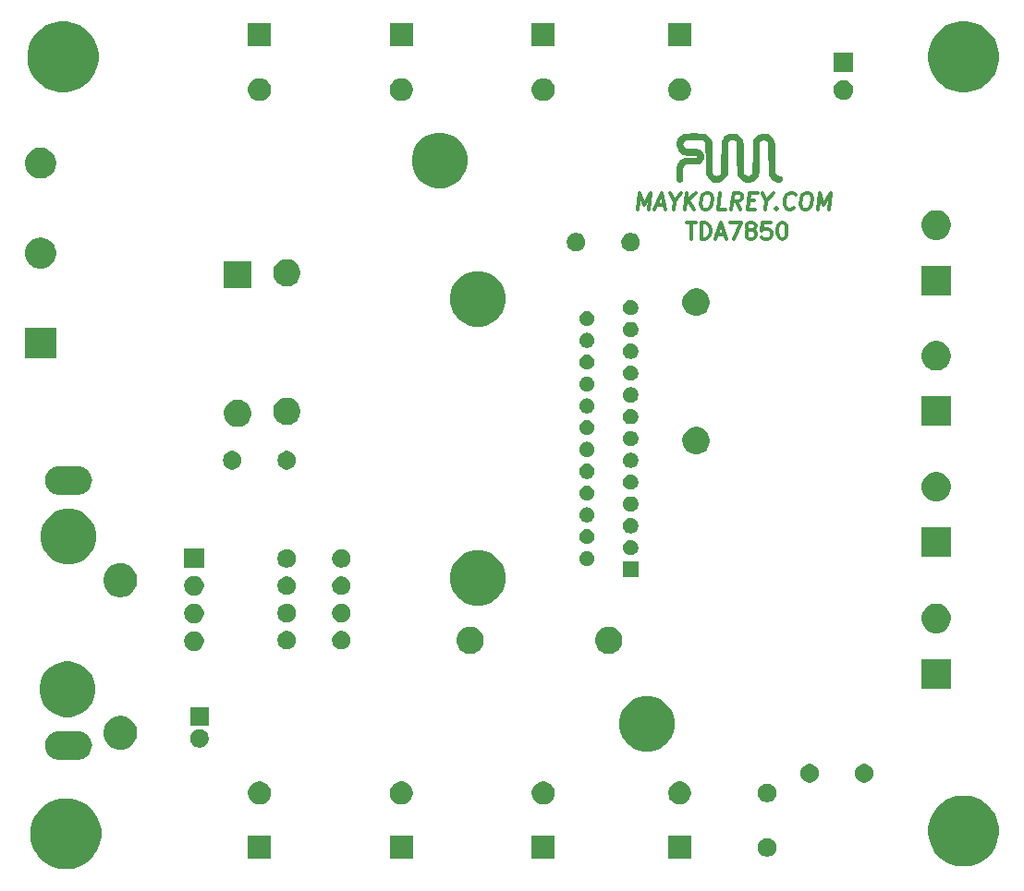
<source format=gbr>
G04 #@! TF.GenerationSoftware,KiCad,Pcbnew,(5.1.6)-1*
G04 #@! TF.CreationDate,2020-09-05T01:30:18-05:00*
G04 #@! TF.ProjectId,amplificador-200w,616d706c-6966-4696-9361-646f722d3230,rev?*
G04 #@! TF.SameCoordinates,Original*
G04 #@! TF.FileFunction,Soldermask,Bot*
G04 #@! TF.FilePolarity,Negative*
%FSLAX46Y46*%
G04 Gerber Fmt 4.6, Leading zero omitted, Abs format (unit mm)*
G04 Created by KiCad (PCBNEW (5.1.6)-1) date 2020-09-05 01:30:18*
%MOMM*%
%LPD*%
G01*
G04 APERTURE LIST*
%ADD10C,0.300000*%
%ADD11C,0.010000*%
%ADD12C,0.100000*%
G04 APERTURE END LIST*
D10*
X162101428Y-77208571D02*
X162958571Y-77208571D01*
X162530000Y-78708571D02*
X162530000Y-77208571D01*
X163458571Y-78708571D02*
X163458571Y-77208571D01*
X163815714Y-77208571D01*
X164030000Y-77280000D01*
X164172857Y-77422857D01*
X164244285Y-77565714D01*
X164315714Y-77851428D01*
X164315714Y-78065714D01*
X164244285Y-78351428D01*
X164172857Y-78494285D01*
X164030000Y-78637142D01*
X163815714Y-78708571D01*
X163458571Y-78708571D01*
X164887142Y-78280000D02*
X165601428Y-78280000D01*
X164744285Y-78708571D02*
X165244285Y-77208571D01*
X165744285Y-78708571D01*
X166101428Y-77208571D02*
X167101428Y-77208571D01*
X166458571Y-78708571D01*
X167887142Y-77851428D02*
X167744285Y-77780000D01*
X167672857Y-77708571D01*
X167601428Y-77565714D01*
X167601428Y-77494285D01*
X167672857Y-77351428D01*
X167744285Y-77280000D01*
X167887142Y-77208571D01*
X168172857Y-77208571D01*
X168315714Y-77280000D01*
X168387142Y-77351428D01*
X168458571Y-77494285D01*
X168458571Y-77565714D01*
X168387142Y-77708571D01*
X168315714Y-77780000D01*
X168172857Y-77851428D01*
X167887142Y-77851428D01*
X167744285Y-77922857D01*
X167672857Y-77994285D01*
X167601428Y-78137142D01*
X167601428Y-78422857D01*
X167672857Y-78565714D01*
X167744285Y-78637142D01*
X167887142Y-78708571D01*
X168172857Y-78708571D01*
X168315714Y-78637142D01*
X168387142Y-78565714D01*
X168458571Y-78422857D01*
X168458571Y-78137142D01*
X168387142Y-77994285D01*
X168315714Y-77922857D01*
X168172857Y-77851428D01*
X169815714Y-77208571D02*
X169101428Y-77208571D01*
X169030000Y-77922857D01*
X169101428Y-77851428D01*
X169244285Y-77780000D01*
X169601428Y-77780000D01*
X169744285Y-77851428D01*
X169815714Y-77922857D01*
X169887142Y-78065714D01*
X169887142Y-78422857D01*
X169815714Y-78565714D01*
X169744285Y-78637142D01*
X169601428Y-78708571D01*
X169244285Y-78708571D01*
X169101428Y-78637142D01*
X169030000Y-78565714D01*
X170815714Y-77208571D02*
X170958571Y-77208571D01*
X171101428Y-77280000D01*
X171172857Y-77351428D01*
X171244285Y-77494285D01*
X171315714Y-77780000D01*
X171315714Y-78137142D01*
X171244285Y-78422857D01*
X171172857Y-78565714D01*
X171101428Y-78637142D01*
X170958571Y-78708571D01*
X170815714Y-78708571D01*
X170672857Y-78637142D01*
X170601428Y-78565714D01*
X170530000Y-78422857D01*
X170458571Y-78137142D01*
X170458571Y-77780000D01*
X170530000Y-77494285D01*
X170601428Y-77351428D01*
X170672857Y-77280000D01*
X170815714Y-77208571D01*
X157653928Y-75978571D02*
X157841428Y-74478571D01*
X158207500Y-75550000D01*
X158841428Y-74478571D01*
X158653928Y-75978571D01*
X159350357Y-75550000D02*
X160064642Y-75550000D01*
X159153928Y-75978571D02*
X159841428Y-74478571D01*
X160153928Y-75978571D01*
X161028928Y-75264285D02*
X160939642Y-75978571D01*
X160627142Y-74478571D02*
X161028928Y-75264285D01*
X161627142Y-74478571D01*
X161939642Y-75978571D02*
X162127142Y-74478571D01*
X162796785Y-75978571D02*
X162261071Y-75121428D01*
X162984285Y-74478571D02*
X162020000Y-75335714D01*
X163912857Y-74478571D02*
X164198571Y-74478571D01*
X164332500Y-74550000D01*
X164457500Y-74692857D01*
X164493214Y-74978571D01*
X164430714Y-75478571D01*
X164323571Y-75764285D01*
X164162857Y-75907142D01*
X164011071Y-75978571D01*
X163725357Y-75978571D01*
X163591428Y-75907142D01*
X163466428Y-75764285D01*
X163430714Y-75478571D01*
X163493214Y-74978571D01*
X163600357Y-74692857D01*
X163761071Y-74550000D01*
X163912857Y-74478571D01*
X165725357Y-75978571D02*
X165011071Y-75978571D01*
X165198571Y-74478571D01*
X167082500Y-75978571D02*
X166671785Y-75264285D01*
X166225357Y-75978571D02*
X166412857Y-74478571D01*
X166984285Y-74478571D01*
X167118214Y-74550000D01*
X167180714Y-74621428D01*
X167234285Y-74764285D01*
X167207500Y-74978571D01*
X167118214Y-75121428D01*
X167037857Y-75192857D01*
X166886071Y-75264285D01*
X166314642Y-75264285D01*
X167823571Y-75192857D02*
X168323571Y-75192857D01*
X168439642Y-75978571D02*
X167725357Y-75978571D01*
X167912857Y-74478571D01*
X168627142Y-74478571D01*
X169457500Y-75264285D02*
X169368214Y-75978571D01*
X169055714Y-74478571D02*
X169457500Y-75264285D01*
X170055714Y-74478571D01*
X170386071Y-75835714D02*
X170448571Y-75907142D01*
X170368214Y-75978571D01*
X170305714Y-75907142D01*
X170386071Y-75835714D01*
X170368214Y-75978571D01*
X171957500Y-75835714D02*
X171877142Y-75907142D01*
X171653928Y-75978571D01*
X171511071Y-75978571D01*
X171305714Y-75907142D01*
X171180714Y-75764285D01*
X171127142Y-75621428D01*
X171091428Y-75335714D01*
X171118214Y-75121428D01*
X171225357Y-74835714D01*
X171314642Y-74692857D01*
X171475357Y-74550000D01*
X171698571Y-74478571D01*
X171841428Y-74478571D01*
X172046785Y-74550000D01*
X172109285Y-74621428D01*
X173055714Y-74478571D02*
X173341428Y-74478571D01*
X173475357Y-74550000D01*
X173600357Y-74692857D01*
X173636071Y-74978571D01*
X173573571Y-75478571D01*
X173466428Y-75764285D01*
X173305714Y-75907142D01*
X173153928Y-75978571D01*
X172868214Y-75978571D01*
X172734285Y-75907142D01*
X172609285Y-75764285D01*
X172573571Y-75478571D01*
X172636071Y-74978571D01*
X172743214Y-74692857D01*
X172903928Y-74550000D01*
X173055714Y-74478571D01*
X174153928Y-75978571D02*
X174341428Y-74478571D01*
X174707500Y-75550000D01*
X175341428Y-74478571D01*
X175153928Y-75978571D01*
D11*
G36*
X162532493Y-69028455D02*
G01*
X162307608Y-69032416D01*
X162128603Y-69041026D01*
X161986675Y-69055927D01*
X161873021Y-69078763D01*
X161778840Y-69111176D01*
X161695327Y-69154809D01*
X161613680Y-69211305D01*
X161548011Y-69263405D01*
X161390031Y-69430554D01*
X161282832Y-69624409D01*
X161224996Y-69835516D01*
X161215103Y-70054425D01*
X161251734Y-70271684D01*
X161333470Y-70477841D01*
X161458890Y-70663445D01*
X161626577Y-70819043D01*
X161796552Y-70918500D01*
X161864375Y-70946982D01*
X161933351Y-70968323D01*
X162015222Y-70984102D01*
X162121729Y-70995896D01*
X162264616Y-71005284D01*
X162455624Y-71013844D01*
X162526124Y-71016565D01*
X162748181Y-71026169D01*
X162913463Y-71037157D01*
X163028693Y-71051389D01*
X163100594Y-71070725D01*
X163135888Y-71097025D01*
X163141299Y-71132150D01*
X163123550Y-71177960D01*
X163121742Y-71181376D01*
X163105461Y-71203904D01*
X163078123Y-71220635D01*
X163030544Y-71232714D01*
X162953544Y-71241289D01*
X162837942Y-71247504D01*
X162674555Y-71252505D01*
X162524227Y-71255954D01*
X162273287Y-71263990D01*
X162074942Y-71278276D01*
X161918350Y-71302220D01*
X161792668Y-71339228D01*
X161687056Y-71392708D01*
X161590671Y-71466065D01*
X161492671Y-71562706D01*
X161470035Y-71587193D01*
X161390981Y-71679035D01*
X161330097Y-71766692D01*
X161284938Y-71860350D01*
X161253058Y-71970196D01*
X161232012Y-72106416D01*
X161219354Y-72279195D01*
X161212640Y-72498721D01*
X161210327Y-72668984D01*
X161208876Y-72886455D01*
X161209843Y-73049779D01*
X161213861Y-73168287D01*
X161221564Y-73251308D01*
X161233586Y-73308170D01*
X161250558Y-73348203D01*
X161257178Y-73359042D01*
X161342207Y-73437889D01*
X161449843Y-73469160D01*
X161560686Y-73452897D01*
X161655335Y-73389144D01*
X161679434Y-73358110D01*
X161700067Y-73317739D01*
X161714300Y-73263155D01*
X161722967Y-73183760D01*
X161726900Y-73068956D01*
X161726931Y-72908145D01*
X161725268Y-72774837D01*
X161724556Y-72526886D01*
X161731704Y-72333672D01*
X161747907Y-72186783D01*
X161774362Y-72077808D01*
X161812265Y-71998335D01*
X161840941Y-71961376D01*
X161890712Y-71909082D01*
X161937253Y-71869865D01*
X161990521Y-71841555D01*
X162060469Y-71821985D01*
X162157055Y-71808987D01*
X162290233Y-71800394D01*
X162469959Y-71794037D01*
X162629080Y-71789750D01*
X163240752Y-71773875D01*
X163378314Y-71677215D01*
X163526087Y-71539535D01*
X163622431Y-71377899D01*
X163668756Y-71202707D01*
X163666478Y-71024359D01*
X163617007Y-70853254D01*
X163521758Y-70699791D01*
X163382144Y-70574370D01*
X163217450Y-70493277D01*
X163140804Y-70478656D01*
X163011054Y-70467210D01*
X162838541Y-70459558D01*
X162633610Y-70456317D01*
X162597830Y-70456250D01*
X162398790Y-70455302D01*
X162252005Y-70451747D01*
X162146246Y-70444518D01*
X162070286Y-70432548D01*
X162012897Y-70414769D01*
X161975505Y-70397096D01*
X161850103Y-70296053D01*
X161771571Y-70157039D01*
X161745925Y-69991137D01*
X161773317Y-69832918D01*
X161853137Y-69708100D01*
X161953913Y-69629352D01*
X161990432Y-69609776D01*
X162033246Y-69594800D01*
X162090871Y-69583814D01*
X162171828Y-69576208D01*
X162284633Y-69571371D01*
X162437806Y-69568693D01*
X162639865Y-69567564D01*
X162819145Y-69567368D01*
X163582914Y-69567250D01*
X163691364Y-69647262D01*
X163768032Y-69710947D01*
X163824021Y-69769955D01*
X163832470Y-69782199D01*
X163840970Y-69827991D01*
X163849095Y-69934194D01*
X163856745Y-70097716D01*
X163863821Y-70315471D01*
X163870226Y-70584367D01*
X163875858Y-70901316D01*
X163880621Y-71263228D01*
X163881000Y-71297625D01*
X163896875Y-72758125D01*
X163981025Y-72916875D01*
X164128418Y-73131372D01*
X164317543Y-73302636D01*
X164443891Y-73379224D01*
X164604232Y-73434306D01*
X164796512Y-73460115D01*
X164996577Y-73456451D01*
X165180274Y-73423111D01*
X165278000Y-73386154D01*
X165471744Y-73258493D01*
X165640622Y-73084471D01*
X165748873Y-72918704D01*
X165833625Y-72758125D01*
X165849500Y-71297625D01*
X165853276Y-70946722D01*
X165856784Y-70653620D01*
X165860742Y-70412624D01*
X165865870Y-70218042D01*
X165872886Y-70064182D01*
X165882508Y-69945350D01*
X165895456Y-69855853D01*
X165912448Y-69789999D01*
X165934202Y-69742096D01*
X165961437Y-69706449D01*
X165994872Y-69677367D01*
X166035226Y-69649157D01*
X166059681Y-69632601D01*
X166137112Y-69588719D01*
X166216734Y-69570691D01*
X166326756Y-69572699D01*
X166343598Y-69574031D01*
X166460863Y-69590593D01*
X166543089Y-69624193D01*
X166618519Y-69686577D01*
X166621621Y-69689664D01*
X166722625Y-69790617D01*
X166739792Y-71242621D01*
X166743995Y-71586177D01*
X166747955Y-71872239D01*
X166751973Y-72106813D01*
X166756350Y-72295901D01*
X166761386Y-72445510D01*
X166767384Y-72561642D01*
X166774644Y-72650302D01*
X166783467Y-72717494D01*
X166794154Y-72769224D01*
X166807007Y-72811494D01*
X166820146Y-72845156D01*
X166941828Y-73058443D01*
X167109909Y-73240992D01*
X167281349Y-73361632D01*
X167371907Y-73408259D01*
X167451090Y-73436597D01*
X167540318Y-73451095D01*
X167661009Y-73456202D01*
X167738625Y-73456625D01*
X167882845Y-73454492D01*
X167984991Y-73445150D01*
X168066431Y-73424184D01*
X168148530Y-73387180D01*
X168194410Y-73362445D01*
X168378482Y-73232625D01*
X168533694Y-73068743D01*
X168644646Y-72887846D01*
X168663021Y-72843676D01*
X168676490Y-72802210D01*
X168687860Y-72751575D01*
X168697404Y-72685840D01*
X168705396Y-72599073D01*
X168712111Y-72485341D01*
X168717822Y-72338713D01*
X168722804Y-72153257D01*
X168727330Y-71923041D01*
X168731675Y-71642132D01*
X168736111Y-71304600D01*
X168736843Y-71245339D01*
X168741132Y-70903884D01*
X168745066Y-70620235D01*
X168748950Y-70388702D01*
X168753087Y-70203595D01*
X168757783Y-70059224D01*
X168763340Y-69949898D01*
X168770063Y-69869927D01*
X168778257Y-69813622D01*
X168788225Y-69775291D01*
X168800271Y-69749245D01*
X168814700Y-69729793D01*
X168818051Y-69726026D01*
X168947612Y-69625161D01*
X169097673Y-69574844D01*
X169253828Y-69574203D01*
X169401669Y-69622363D01*
X169526793Y-69718452D01*
X169568173Y-69771487D01*
X169578980Y-69799177D01*
X169588287Y-69850645D01*
X169596287Y-69930849D01*
X169603175Y-70044747D01*
X169609145Y-70197297D01*
X169614388Y-70393458D01*
X169619100Y-70638188D01*
X169623474Y-70936445D01*
X169627702Y-71293187D01*
X169627750Y-71297625D01*
X169631546Y-71640243D01*
X169635032Y-71925312D01*
X169638531Y-72158779D01*
X169642367Y-72346593D01*
X169646862Y-72494702D01*
X169652341Y-72609051D01*
X169659126Y-72695591D01*
X169667541Y-72760268D01*
X169677909Y-72809030D01*
X169690553Y-72847824D01*
X169705797Y-72882599D01*
X169714906Y-72901164D01*
X169848386Y-73105201D01*
X170021743Y-73270964D01*
X170224248Y-73390933D01*
X170445169Y-73457590D01*
X170522016Y-73466733D01*
X170630438Y-73470992D01*
X170699569Y-73460008D01*
X170752967Y-73427629D01*
X170784413Y-73398224D01*
X170853546Y-73293014D01*
X170866451Y-73183297D01*
X170828200Y-73081129D01*
X170743869Y-72998561D01*
X170618531Y-72947648D01*
X170592741Y-72942888D01*
X170411908Y-72892121D01*
X170281631Y-72803665D01*
X170239237Y-72751000D01*
X170225924Y-72726185D01*
X170214732Y-72692047D01*
X170205394Y-72642883D01*
X170197643Y-72572990D01*
X170191212Y-72476664D01*
X170185835Y-72348203D01*
X170181242Y-72181904D01*
X170177168Y-71972064D01*
X170173346Y-71712981D01*
X170169507Y-71398950D01*
X170167500Y-71219723D01*
X170163659Y-70878430D01*
X170160089Y-70594623D01*
X170156473Y-70362291D01*
X170152492Y-70175421D01*
X170147829Y-70028002D01*
X170142163Y-69914023D01*
X170135177Y-69827471D01*
X170126552Y-69762337D01*
X170115970Y-69712607D01*
X170103112Y-69672271D01*
X170087660Y-69635317D01*
X170083017Y-69625172D01*
X169950307Y-69407785D01*
X169776930Y-69235523D01*
X169569481Y-69113039D01*
X169334559Y-69044988D01*
X169246296Y-69034837D01*
X168998326Y-69047316D01*
X168767641Y-69118022D01*
X168562758Y-69242384D01*
X168392196Y-69415830D01*
X168313262Y-69535500D01*
X168214875Y-69710125D01*
X168199000Y-71170625D01*
X168194423Y-71545385D01*
X168189426Y-71860335D01*
X168183876Y-72119165D01*
X168177643Y-72325564D01*
X168170592Y-72483222D01*
X168162593Y-72595827D01*
X168153511Y-72667069D01*
X168144154Y-72699137D01*
X168094519Y-72763675D01*
X168020825Y-72837616D01*
X168002797Y-72853302D01*
X167935838Y-72902808D01*
X167871713Y-72926226D01*
X167784763Y-72930092D01*
X167716766Y-72926169D01*
X167551819Y-72893538D01*
X167426875Y-72817911D01*
X167330898Y-72694625D01*
X167320876Y-72652811D01*
X167311892Y-72562299D01*
X167303863Y-72420742D01*
X167296709Y-72225796D01*
X167290349Y-71975114D01*
X167284701Y-71666350D01*
X167279684Y-71297159D01*
X167278250Y-71170625D01*
X167274448Y-70827926D01*
X167270948Y-70542824D01*
X167267433Y-70309418D01*
X167263586Y-70121806D01*
X167259090Y-69974088D01*
X167253627Y-69860363D01*
X167246879Y-69774731D01*
X167238531Y-69711291D01*
X167228263Y-69664141D01*
X167215759Y-69627382D01*
X167200702Y-69595113D01*
X167192709Y-69579923D01*
X167050428Y-69373210D01*
X166876643Y-69215304D01*
X166679829Y-69105983D01*
X166468465Y-69045026D01*
X166251028Y-69032212D01*
X166035995Y-69067320D01*
X165831844Y-69150128D01*
X165647052Y-69280416D01*
X165490097Y-69457962D01*
X165393486Y-69626863D01*
X165377443Y-69663695D01*
X165364051Y-69702618D01*
X165352994Y-69749642D01*
X165343955Y-69810777D01*
X165336618Y-69892031D01*
X165330666Y-69999415D01*
X165325784Y-70138938D01*
X165321656Y-70316609D01*
X165317965Y-70538438D01*
X165314394Y-70810434D01*
X165310629Y-71138608D01*
X165309750Y-71218250D01*
X165305356Y-71580438D01*
X165300696Y-71883720D01*
X165295596Y-72132689D01*
X165289884Y-72331939D01*
X165283383Y-72486062D01*
X165275920Y-72599653D01*
X165267321Y-72677305D01*
X165257411Y-72723611D01*
X165252162Y-72736011D01*
X165159092Y-72839799D01*
X165030169Y-72906101D01*
X164882986Y-72931716D01*
X164735139Y-72913444D01*
X164610387Y-72852737D01*
X164533719Y-72789052D01*
X164477730Y-72730044D01*
X164469281Y-72717800D01*
X164460748Y-72671966D01*
X164452590Y-72565782D01*
X164444909Y-72402400D01*
X164437807Y-72184970D01*
X164431385Y-71916643D01*
X164425745Y-71600567D01*
X164420991Y-71239895D01*
X164420750Y-71218250D01*
X164416956Y-70877940D01*
X164413499Y-70595057D01*
X164410035Y-70363532D01*
X164406219Y-70177296D01*
X164401706Y-70030280D01*
X164396152Y-69916415D01*
X164389213Y-69829631D01*
X164380544Y-69763860D01*
X164369801Y-69713032D01*
X164356639Y-69671078D01*
X164340713Y-69631929D01*
X164329253Y-69606298D01*
X164236358Y-69453670D01*
X164104710Y-69305464D01*
X163952718Y-69178912D01*
X163798792Y-69091244D01*
X163765347Y-69078493D01*
X163705891Y-69062007D01*
X163630790Y-69049335D01*
X163531680Y-69040032D01*
X163400199Y-69033649D01*
X163227983Y-69029738D01*
X163006669Y-69027853D01*
X162812060Y-69027499D01*
X162532493Y-69028455D01*
G37*
X162532493Y-69028455D02*
X162307608Y-69032416D01*
X162128603Y-69041026D01*
X161986675Y-69055927D01*
X161873021Y-69078763D01*
X161778840Y-69111176D01*
X161695327Y-69154809D01*
X161613680Y-69211305D01*
X161548011Y-69263405D01*
X161390031Y-69430554D01*
X161282832Y-69624409D01*
X161224996Y-69835516D01*
X161215103Y-70054425D01*
X161251734Y-70271684D01*
X161333470Y-70477841D01*
X161458890Y-70663445D01*
X161626577Y-70819043D01*
X161796552Y-70918500D01*
X161864375Y-70946982D01*
X161933351Y-70968323D01*
X162015222Y-70984102D01*
X162121729Y-70995896D01*
X162264616Y-71005284D01*
X162455624Y-71013844D01*
X162526124Y-71016565D01*
X162748181Y-71026169D01*
X162913463Y-71037157D01*
X163028693Y-71051389D01*
X163100594Y-71070725D01*
X163135888Y-71097025D01*
X163141299Y-71132150D01*
X163123550Y-71177960D01*
X163121742Y-71181376D01*
X163105461Y-71203904D01*
X163078123Y-71220635D01*
X163030544Y-71232714D01*
X162953544Y-71241289D01*
X162837942Y-71247504D01*
X162674555Y-71252505D01*
X162524227Y-71255954D01*
X162273287Y-71263990D01*
X162074942Y-71278276D01*
X161918350Y-71302220D01*
X161792668Y-71339228D01*
X161687056Y-71392708D01*
X161590671Y-71466065D01*
X161492671Y-71562706D01*
X161470035Y-71587193D01*
X161390981Y-71679035D01*
X161330097Y-71766692D01*
X161284938Y-71860350D01*
X161253058Y-71970196D01*
X161232012Y-72106416D01*
X161219354Y-72279195D01*
X161212640Y-72498721D01*
X161210327Y-72668984D01*
X161208876Y-72886455D01*
X161209843Y-73049779D01*
X161213861Y-73168287D01*
X161221564Y-73251308D01*
X161233586Y-73308170D01*
X161250558Y-73348203D01*
X161257178Y-73359042D01*
X161342207Y-73437889D01*
X161449843Y-73469160D01*
X161560686Y-73452897D01*
X161655335Y-73389144D01*
X161679434Y-73358110D01*
X161700067Y-73317739D01*
X161714300Y-73263155D01*
X161722967Y-73183760D01*
X161726900Y-73068956D01*
X161726931Y-72908145D01*
X161725268Y-72774837D01*
X161724556Y-72526886D01*
X161731704Y-72333672D01*
X161747907Y-72186783D01*
X161774362Y-72077808D01*
X161812265Y-71998335D01*
X161840941Y-71961376D01*
X161890712Y-71909082D01*
X161937253Y-71869865D01*
X161990521Y-71841555D01*
X162060469Y-71821985D01*
X162157055Y-71808987D01*
X162290233Y-71800394D01*
X162469959Y-71794037D01*
X162629080Y-71789750D01*
X163240752Y-71773875D01*
X163378314Y-71677215D01*
X163526087Y-71539535D01*
X163622431Y-71377899D01*
X163668756Y-71202707D01*
X163666478Y-71024359D01*
X163617007Y-70853254D01*
X163521758Y-70699791D01*
X163382144Y-70574370D01*
X163217450Y-70493277D01*
X163140804Y-70478656D01*
X163011054Y-70467210D01*
X162838541Y-70459558D01*
X162633610Y-70456317D01*
X162597830Y-70456250D01*
X162398790Y-70455302D01*
X162252005Y-70451747D01*
X162146246Y-70444518D01*
X162070286Y-70432548D01*
X162012897Y-70414769D01*
X161975505Y-70397096D01*
X161850103Y-70296053D01*
X161771571Y-70157039D01*
X161745925Y-69991137D01*
X161773317Y-69832918D01*
X161853137Y-69708100D01*
X161953913Y-69629352D01*
X161990432Y-69609776D01*
X162033246Y-69594800D01*
X162090871Y-69583814D01*
X162171828Y-69576208D01*
X162284633Y-69571371D01*
X162437806Y-69568693D01*
X162639865Y-69567564D01*
X162819145Y-69567368D01*
X163582914Y-69567250D01*
X163691364Y-69647262D01*
X163768032Y-69710947D01*
X163824021Y-69769955D01*
X163832470Y-69782199D01*
X163840970Y-69827991D01*
X163849095Y-69934194D01*
X163856745Y-70097716D01*
X163863821Y-70315471D01*
X163870226Y-70584367D01*
X163875858Y-70901316D01*
X163880621Y-71263228D01*
X163881000Y-71297625D01*
X163896875Y-72758125D01*
X163981025Y-72916875D01*
X164128418Y-73131372D01*
X164317543Y-73302636D01*
X164443891Y-73379224D01*
X164604232Y-73434306D01*
X164796512Y-73460115D01*
X164996577Y-73456451D01*
X165180274Y-73423111D01*
X165278000Y-73386154D01*
X165471744Y-73258493D01*
X165640622Y-73084471D01*
X165748873Y-72918704D01*
X165833625Y-72758125D01*
X165849500Y-71297625D01*
X165853276Y-70946722D01*
X165856784Y-70653620D01*
X165860742Y-70412624D01*
X165865870Y-70218042D01*
X165872886Y-70064182D01*
X165882508Y-69945350D01*
X165895456Y-69855853D01*
X165912448Y-69789999D01*
X165934202Y-69742096D01*
X165961437Y-69706449D01*
X165994872Y-69677367D01*
X166035226Y-69649157D01*
X166059681Y-69632601D01*
X166137112Y-69588719D01*
X166216734Y-69570691D01*
X166326756Y-69572699D01*
X166343598Y-69574031D01*
X166460863Y-69590593D01*
X166543089Y-69624193D01*
X166618519Y-69686577D01*
X166621621Y-69689664D01*
X166722625Y-69790617D01*
X166739792Y-71242621D01*
X166743995Y-71586177D01*
X166747955Y-71872239D01*
X166751973Y-72106813D01*
X166756350Y-72295901D01*
X166761386Y-72445510D01*
X166767384Y-72561642D01*
X166774644Y-72650302D01*
X166783467Y-72717494D01*
X166794154Y-72769224D01*
X166807007Y-72811494D01*
X166820146Y-72845156D01*
X166941828Y-73058443D01*
X167109909Y-73240992D01*
X167281349Y-73361632D01*
X167371907Y-73408259D01*
X167451090Y-73436597D01*
X167540318Y-73451095D01*
X167661009Y-73456202D01*
X167738625Y-73456625D01*
X167882845Y-73454492D01*
X167984991Y-73445150D01*
X168066431Y-73424184D01*
X168148530Y-73387180D01*
X168194410Y-73362445D01*
X168378482Y-73232625D01*
X168533694Y-73068743D01*
X168644646Y-72887846D01*
X168663021Y-72843676D01*
X168676490Y-72802210D01*
X168687860Y-72751575D01*
X168697404Y-72685840D01*
X168705396Y-72599073D01*
X168712111Y-72485341D01*
X168717822Y-72338713D01*
X168722804Y-72153257D01*
X168727330Y-71923041D01*
X168731675Y-71642132D01*
X168736111Y-71304600D01*
X168736843Y-71245339D01*
X168741132Y-70903884D01*
X168745066Y-70620235D01*
X168748950Y-70388702D01*
X168753087Y-70203595D01*
X168757783Y-70059224D01*
X168763340Y-69949898D01*
X168770063Y-69869927D01*
X168778257Y-69813622D01*
X168788225Y-69775291D01*
X168800271Y-69749245D01*
X168814700Y-69729793D01*
X168818051Y-69726026D01*
X168947612Y-69625161D01*
X169097673Y-69574844D01*
X169253828Y-69574203D01*
X169401669Y-69622363D01*
X169526793Y-69718452D01*
X169568173Y-69771487D01*
X169578980Y-69799177D01*
X169588287Y-69850645D01*
X169596287Y-69930849D01*
X169603175Y-70044747D01*
X169609145Y-70197297D01*
X169614388Y-70393458D01*
X169619100Y-70638188D01*
X169623474Y-70936445D01*
X169627702Y-71293187D01*
X169627750Y-71297625D01*
X169631546Y-71640243D01*
X169635032Y-71925312D01*
X169638531Y-72158779D01*
X169642367Y-72346593D01*
X169646862Y-72494702D01*
X169652341Y-72609051D01*
X169659126Y-72695591D01*
X169667541Y-72760268D01*
X169677909Y-72809030D01*
X169690553Y-72847824D01*
X169705797Y-72882599D01*
X169714906Y-72901164D01*
X169848386Y-73105201D01*
X170021743Y-73270964D01*
X170224248Y-73390933D01*
X170445169Y-73457590D01*
X170522016Y-73466733D01*
X170630438Y-73470992D01*
X170699569Y-73460008D01*
X170752967Y-73427629D01*
X170784413Y-73398224D01*
X170853546Y-73293014D01*
X170866451Y-73183297D01*
X170828200Y-73081129D01*
X170743869Y-72998561D01*
X170618531Y-72947648D01*
X170592741Y-72942888D01*
X170411908Y-72892121D01*
X170281631Y-72803665D01*
X170239237Y-72751000D01*
X170225924Y-72726185D01*
X170214732Y-72692047D01*
X170205394Y-72642883D01*
X170197643Y-72572990D01*
X170191212Y-72476664D01*
X170185835Y-72348203D01*
X170181242Y-72181904D01*
X170177168Y-71972064D01*
X170173346Y-71712981D01*
X170169507Y-71398950D01*
X170167500Y-71219723D01*
X170163659Y-70878430D01*
X170160089Y-70594623D01*
X170156473Y-70362291D01*
X170152492Y-70175421D01*
X170147829Y-70028002D01*
X170142163Y-69914023D01*
X170135177Y-69827471D01*
X170126552Y-69762337D01*
X170115970Y-69712607D01*
X170103112Y-69672271D01*
X170087660Y-69635317D01*
X170083017Y-69625172D01*
X169950307Y-69407785D01*
X169776930Y-69235523D01*
X169569481Y-69113039D01*
X169334559Y-69044988D01*
X169246296Y-69034837D01*
X168998326Y-69047316D01*
X168767641Y-69118022D01*
X168562758Y-69242384D01*
X168392196Y-69415830D01*
X168313262Y-69535500D01*
X168214875Y-69710125D01*
X168199000Y-71170625D01*
X168194423Y-71545385D01*
X168189426Y-71860335D01*
X168183876Y-72119165D01*
X168177643Y-72325564D01*
X168170592Y-72483222D01*
X168162593Y-72595827D01*
X168153511Y-72667069D01*
X168144154Y-72699137D01*
X168094519Y-72763675D01*
X168020825Y-72837616D01*
X168002797Y-72853302D01*
X167935838Y-72902808D01*
X167871713Y-72926226D01*
X167784763Y-72930092D01*
X167716766Y-72926169D01*
X167551819Y-72893538D01*
X167426875Y-72817911D01*
X167330898Y-72694625D01*
X167320876Y-72652811D01*
X167311892Y-72562299D01*
X167303863Y-72420742D01*
X167296709Y-72225796D01*
X167290349Y-71975114D01*
X167284701Y-71666350D01*
X167279684Y-71297159D01*
X167278250Y-71170625D01*
X167274448Y-70827926D01*
X167270948Y-70542824D01*
X167267433Y-70309418D01*
X167263586Y-70121806D01*
X167259090Y-69974088D01*
X167253627Y-69860363D01*
X167246879Y-69774731D01*
X167238531Y-69711291D01*
X167228263Y-69664141D01*
X167215759Y-69627382D01*
X167200702Y-69595113D01*
X167192709Y-69579923D01*
X167050428Y-69373210D01*
X166876643Y-69215304D01*
X166679829Y-69105983D01*
X166468465Y-69045026D01*
X166251028Y-69032212D01*
X166035995Y-69067320D01*
X165831844Y-69150128D01*
X165647052Y-69280416D01*
X165490097Y-69457962D01*
X165393486Y-69626863D01*
X165377443Y-69663695D01*
X165364051Y-69702618D01*
X165352994Y-69749642D01*
X165343955Y-69810777D01*
X165336618Y-69892031D01*
X165330666Y-69999415D01*
X165325784Y-70138938D01*
X165321656Y-70316609D01*
X165317965Y-70538438D01*
X165314394Y-70810434D01*
X165310629Y-71138608D01*
X165309750Y-71218250D01*
X165305356Y-71580438D01*
X165300696Y-71883720D01*
X165295596Y-72132689D01*
X165289884Y-72331939D01*
X165283383Y-72486062D01*
X165275920Y-72599653D01*
X165267321Y-72677305D01*
X165257411Y-72723611D01*
X165252162Y-72736011D01*
X165159092Y-72839799D01*
X165030169Y-72906101D01*
X164882986Y-72931716D01*
X164735139Y-72913444D01*
X164610387Y-72852737D01*
X164533719Y-72789052D01*
X164477730Y-72730044D01*
X164469281Y-72717800D01*
X164460748Y-72671966D01*
X164452590Y-72565782D01*
X164444909Y-72402400D01*
X164437807Y-72184970D01*
X164431385Y-71916643D01*
X164425745Y-71600567D01*
X164420991Y-71239895D01*
X164420750Y-71218250D01*
X164416956Y-70877940D01*
X164413499Y-70595057D01*
X164410035Y-70363532D01*
X164406219Y-70177296D01*
X164401706Y-70030280D01*
X164396152Y-69916415D01*
X164389213Y-69829631D01*
X164380544Y-69763860D01*
X164369801Y-69713032D01*
X164356639Y-69671078D01*
X164340713Y-69631929D01*
X164329253Y-69606298D01*
X164236358Y-69453670D01*
X164104710Y-69305464D01*
X163952718Y-69178912D01*
X163798792Y-69091244D01*
X163765347Y-69078493D01*
X163705891Y-69062007D01*
X163630790Y-69049335D01*
X163531680Y-69040032D01*
X163400199Y-69033649D01*
X163227983Y-69029738D01*
X163006669Y-69027853D01*
X162812060Y-69027499D01*
X162532493Y-69028455D01*
D12*
G36*
X105788785Y-130042480D02*
G01*
X106198282Y-130123934D01*
X106789926Y-130369001D01*
X107079523Y-130562504D01*
X107322391Y-130724783D01*
X107775217Y-131177609D01*
X107833909Y-131265448D01*
X108130999Y-131710074D01*
X108376066Y-132301718D01*
X108376066Y-132301719D01*
X108501000Y-132929803D01*
X108501000Y-133570197D01*
X108466060Y-133745852D01*
X108376066Y-134198282D01*
X108130999Y-134789926D01*
X107891704Y-135148056D01*
X107777953Y-135318297D01*
X107775216Y-135322392D01*
X107322392Y-135775216D01*
X106789926Y-136130999D01*
X106198282Y-136376066D01*
X105884239Y-136438533D01*
X105570197Y-136501000D01*
X104929803Y-136501000D01*
X104615761Y-136438533D01*
X104301718Y-136376066D01*
X103710074Y-136130999D01*
X103177608Y-135775216D01*
X102724784Y-135322392D01*
X102722048Y-135318297D01*
X102608296Y-135148056D01*
X102369001Y-134789926D01*
X102123934Y-134198282D01*
X102033940Y-133745852D01*
X101999000Y-133570197D01*
X101999000Y-132929803D01*
X102123934Y-132301719D01*
X102123934Y-132301718D01*
X102369001Y-131710074D01*
X102666091Y-131265448D01*
X102724783Y-131177609D01*
X103177609Y-130724783D01*
X103420477Y-130562504D01*
X103710074Y-130369001D01*
X104301718Y-130123934D01*
X104711215Y-130042480D01*
X104929803Y-129999000D01*
X105570197Y-129999000D01*
X105788785Y-130042480D01*
G37*
G36*
X188109590Y-129806564D02*
G01*
X188448282Y-129873934D01*
X189039926Y-130119001D01*
X189387136Y-130351000D01*
X189507440Y-130431384D01*
X189572392Y-130474784D01*
X190025216Y-130927608D01*
X190380999Y-131460074D01*
X190585016Y-131952615D01*
X190626066Y-132051719D01*
X190751000Y-132679803D01*
X190751000Y-133320197D01*
X190707776Y-133537496D01*
X190626066Y-133948282D01*
X190380999Y-134539926D01*
X190138335Y-134903097D01*
X190079283Y-134991476D01*
X190025216Y-135072392D01*
X189572392Y-135525216D01*
X189039926Y-135880999D01*
X188448282Y-136126066D01*
X188134239Y-136188533D01*
X187820197Y-136251000D01*
X187179803Y-136251000D01*
X186865761Y-136188533D01*
X186551718Y-136126066D01*
X185960074Y-135880999D01*
X185427608Y-135525216D01*
X184974784Y-135072392D01*
X184920718Y-134991476D01*
X184861665Y-134903097D01*
X184619001Y-134539926D01*
X184373934Y-133948282D01*
X184292224Y-133537496D01*
X184249000Y-133320197D01*
X184249000Y-132679803D01*
X184373934Y-132051719D01*
X184414984Y-131952615D01*
X184619001Y-131460074D01*
X184974784Y-130927608D01*
X185427608Y-130474784D01*
X185492561Y-130431384D01*
X185612864Y-130351000D01*
X185960074Y-130119001D01*
X186551718Y-129873934D01*
X186890410Y-129806564D01*
X187179803Y-129749000D01*
X187820197Y-129749000D01*
X188109590Y-129806564D01*
G37*
G36*
X137051000Y-135551000D02*
G01*
X134949000Y-135551000D01*
X134949000Y-133449000D01*
X137051000Y-133449000D01*
X137051000Y-135551000D01*
G37*
G36*
X124051000Y-135551000D02*
G01*
X121949000Y-135551000D01*
X121949000Y-133449000D01*
X124051000Y-133449000D01*
X124051000Y-135551000D01*
G37*
G36*
X150051000Y-135551000D02*
G01*
X147949000Y-135551000D01*
X147949000Y-133449000D01*
X150051000Y-133449000D01*
X150051000Y-135551000D01*
G37*
G36*
X162551000Y-135551000D02*
G01*
X160449000Y-135551000D01*
X160449000Y-133449000D01*
X162551000Y-133449000D01*
X162551000Y-135551000D01*
G37*
G36*
X169748228Y-133681703D02*
G01*
X169903100Y-133745853D01*
X170042481Y-133838985D01*
X170161015Y-133957519D01*
X170254147Y-134096900D01*
X170318297Y-134251772D01*
X170351000Y-134416184D01*
X170351000Y-134583816D01*
X170318297Y-134748228D01*
X170254147Y-134903100D01*
X170161015Y-135042481D01*
X170042481Y-135161015D01*
X169903100Y-135254147D01*
X169748228Y-135318297D01*
X169583816Y-135351000D01*
X169416184Y-135351000D01*
X169251772Y-135318297D01*
X169096900Y-135254147D01*
X168957519Y-135161015D01*
X168838985Y-135042481D01*
X168745853Y-134903100D01*
X168681703Y-134748228D01*
X168649000Y-134583816D01*
X168649000Y-134416184D01*
X168681703Y-134251772D01*
X168745853Y-134096900D01*
X168838985Y-133957519D01*
X168957519Y-133838985D01*
X169096900Y-133745853D01*
X169251772Y-133681703D01*
X169416184Y-133649000D01*
X169583816Y-133649000D01*
X169748228Y-133681703D01*
G37*
G36*
X161806564Y-128489389D02*
G01*
X161997833Y-128568615D01*
X161997835Y-128568616D01*
X162118138Y-128649000D01*
X162169973Y-128683635D01*
X162316365Y-128830027D01*
X162431385Y-129002167D01*
X162510611Y-129193436D01*
X162551000Y-129396484D01*
X162551000Y-129603516D01*
X162510611Y-129806564D01*
X162431385Y-129997833D01*
X162431384Y-129997835D01*
X162316365Y-130169973D01*
X162169973Y-130316365D01*
X161997835Y-130431384D01*
X161997834Y-130431385D01*
X161997833Y-130431385D01*
X161806564Y-130510611D01*
X161603516Y-130551000D01*
X161396484Y-130551000D01*
X161193436Y-130510611D01*
X161002167Y-130431385D01*
X161002166Y-130431385D01*
X161002165Y-130431384D01*
X160830027Y-130316365D01*
X160683635Y-130169973D01*
X160568616Y-129997835D01*
X160568615Y-129997833D01*
X160489389Y-129806564D01*
X160449000Y-129603516D01*
X160449000Y-129396484D01*
X160489389Y-129193436D01*
X160568615Y-129002167D01*
X160683635Y-128830027D01*
X160830027Y-128683635D01*
X160881862Y-128649000D01*
X161002165Y-128568616D01*
X161002167Y-128568615D01*
X161193436Y-128489389D01*
X161396484Y-128449000D01*
X161603516Y-128449000D01*
X161806564Y-128489389D01*
G37*
G36*
X149306564Y-128489389D02*
G01*
X149497833Y-128568615D01*
X149497835Y-128568616D01*
X149618138Y-128649000D01*
X149669973Y-128683635D01*
X149816365Y-128830027D01*
X149931385Y-129002167D01*
X150010611Y-129193436D01*
X150051000Y-129396484D01*
X150051000Y-129603516D01*
X150010611Y-129806564D01*
X149931385Y-129997833D01*
X149931384Y-129997835D01*
X149816365Y-130169973D01*
X149669973Y-130316365D01*
X149497835Y-130431384D01*
X149497834Y-130431385D01*
X149497833Y-130431385D01*
X149306564Y-130510611D01*
X149103516Y-130551000D01*
X148896484Y-130551000D01*
X148693436Y-130510611D01*
X148502167Y-130431385D01*
X148502166Y-130431385D01*
X148502165Y-130431384D01*
X148330027Y-130316365D01*
X148183635Y-130169973D01*
X148068616Y-129997835D01*
X148068615Y-129997833D01*
X147989389Y-129806564D01*
X147949000Y-129603516D01*
X147949000Y-129396484D01*
X147989389Y-129193436D01*
X148068615Y-129002167D01*
X148183635Y-128830027D01*
X148330027Y-128683635D01*
X148381862Y-128649000D01*
X148502165Y-128568616D01*
X148502167Y-128568615D01*
X148693436Y-128489389D01*
X148896484Y-128449000D01*
X149103516Y-128449000D01*
X149306564Y-128489389D01*
G37*
G36*
X136306564Y-128489389D02*
G01*
X136497833Y-128568615D01*
X136497835Y-128568616D01*
X136618138Y-128649000D01*
X136669973Y-128683635D01*
X136816365Y-128830027D01*
X136931385Y-129002167D01*
X137010611Y-129193436D01*
X137051000Y-129396484D01*
X137051000Y-129603516D01*
X137010611Y-129806564D01*
X136931385Y-129997833D01*
X136931384Y-129997835D01*
X136816365Y-130169973D01*
X136669973Y-130316365D01*
X136497835Y-130431384D01*
X136497834Y-130431385D01*
X136497833Y-130431385D01*
X136306564Y-130510611D01*
X136103516Y-130551000D01*
X135896484Y-130551000D01*
X135693436Y-130510611D01*
X135502167Y-130431385D01*
X135502166Y-130431385D01*
X135502165Y-130431384D01*
X135330027Y-130316365D01*
X135183635Y-130169973D01*
X135068616Y-129997835D01*
X135068615Y-129997833D01*
X134989389Y-129806564D01*
X134949000Y-129603516D01*
X134949000Y-129396484D01*
X134989389Y-129193436D01*
X135068615Y-129002167D01*
X135183635Y-128830027D01*
X135330027Y-128683635D01*
X135381862Y-128649000D01*
X135502165Y-128568616D01*
X135502167Y-128568615D01*
X135693436Y-128489389D01*
X135896484Y-128449000D01*
X136103516Y-128449000D01*
X136306564Y-128489389D01*
G37*
G36*
X123306564Y-128489389D02*
G01*
X123497833Y-128568615D01*
X123497835Y-128568616D01*
X123618138Y-128649000D01*
X123669973Y-128683635D01*
X123816365Y-128830027D01*
X123931385Y-129002167D01*
X124010611Y-129193436D01*
X124051000Y-129396484D01*
X124051000Y-129603516D01*
X124010611Y-129806564D01*
X123931385Y-129997833D01*
X123931384Y-129997835D01*
X123816365Y-130169973D01*
X123669973Y-130316365D01*
X123497835Y-130431384D01*
X123497834Y-130431385D01*
X123497833Y-130431385D01*
X123306564Y-130510611D01*
X123103516Y-130551000D01*
X122896484Y-130551000D01*
X122693436Y-130510611D01*
X122502167Y-130431385D01*
X122502166Y-130431385D01*
X122502165Y-130431384D01*
X122330027Y-130316365D01*
X122183635Y-130169973D01*
X122068616Y-129997835D01*
X122068615Y-129997833D01*
X121989389Y-129806564D01*
X121949000Y-129603516D01*
X121949000Y-129396484D01*
X121989389Y-129193436D01*
X122068615Y-129002167D01*
X122183635Y-128830027D01*
X122330027Y-128683635D01*
X122381862Y-128649000D01*
X122502165Y-128568616D01*
X122502167Y-128568615D01*
X122693436Y-128489389D01*
X122896484Y-128449000D01*
X123103516Y-128449000D01*
X123306564Y-128489389D01*
G37*
G36*
X169748228Y-128681703D02*
G01*
X169903100Y-128745853D01*
X170042481Y-128838985D01*
X170161015Y-128957519D01*
X170254147Y-129096900D01*
X170318297Y-129251772D01*
X170351000Y-129416184D01*
X170351000Y-129583816D01*
X170318297Y-129748228D01*
X170254147Y-129903100D01*
X170161015Y-130042481D01*
X170042481Y-130161015D01*
X169903100Y-130254147D01*
X169748228Y-130318297D01*
X169583816Y-130351000D01*
X169416184Y-130351000D01*
X169251772Y-130318297D01*
X169096900Y-130254147D01*
X168957519Y-130161015D01*
X168838985Y-130042481D01*
X168745853Y-129903100D01*
X168681703Y-129748228D01*
X168649000Y-129583816D01*
X168649000Y-129416184D01*
X168681703Y-129251772D01*
X168745853Y-129096900D01*
X168838985Y-128957519D01*
X168957519Y-128838985D01*
X169096900Y-128745853D01*
X169251772Y-128681703D01*
X169416184Y-128649000D01*
X169583816Y-128649000D01*
X169748228Y-128681703D01*
G37*
G36*
X178638228Y-126881703D02*
G01*
X178793100Y-126945853D01*
X178932481Y-127038985D01*
X179051015Y-127157519D01*
X179144147Y-127296900D01*
X179208297Y-127451772D01*
X179241000Y-127616184D01*
X179241000Y-127783816D01*
X179208297Y-127948228D01*
X179144147Y-128103100D01*
X179051015Y-128242481D01*
X178932481Y-128361015D01*
X178793100Y-128454147D01*
X178638228Y-128518297D01*
X178473816Y-128551000D01*
X178306184Y-128551000D01*
X178141772Y-128518297D01*
X177986900Y-128454147D01*
X177847519Y-128361015D01*
X177728985Y-128242481D01*
X177635853Y-128103100D01*
X177571703Y-127948228D01*
X177539000Y-127783816D01*
X177539000Y-127616184D01*
X177571703Y-127451772D01*
X177635853Y-127296900D01*
X177728985Y-127157519D01*
X177847519Y-127038985D01*
X177986900Y-126945853D01*
X178141772Y-126881703D01*
X178306184Y-126849000D01*
X178473816Y-126849000D01*
X178638228Y-126881703D01*
G37*
G36*
X173638228Y-126881703D02*
G01*
X173793100Y-126945853D01*
X173932481Y-127038985D01*
X174051015Y-127157519D01*
X174144147Y-127296900D01*
X174208297Y-127451772D01*
X174241000Y-127616184D01*
X174241000Y-127783816D01*
X174208297Y-127948228D01*
X174144147Y-128103100D01*
X174051015Y-128242481D01*
X173932481Y-128361015D01*
X173793100Y-128454147D01*
X173638228Y-128518297D01*
X173473816Y-128551000D01*
X173306184Y-128551000D01*
X173141772Y-128518297D01*
X172986900Y-128454147D01*
X172847519Y-128361015D01*
X172728985Y-128242481D01*
X172635853Y-128103100D01*
X172571703Y-127948228D01*
X172539000Y-127783816D01*
X172539000Y-127616184D01*
X172571703Y-127451772D01*
X172635853Y-127296900D01*
X172728985Y-127157519D01*
X172847519Y-127038985D01*
X172986900Y-126945853D01*
X173141772Y-126881703D01*
X173306184Y-126849000D01*
X173473816Y-126849000D01*
X173638228Y-126881703D01*
G37*
G36*
X106509472Y-123858412D02*
G01*
X106605040Y-123867825D01*
X106850280Y-123942218D01*
X107076294Y-124063025D01*
X107117574Y-124096903D01*
X107274397Y-124225603D01*
X107394624Y-124372101D01*
X107436975Y-124423706D01*
X107557782Y-124649720D01*
X107632175Y-124894960D01*
X107657294Y-125150000D01*
X107632175Y-125405040D01*
X107557782Y-125650280D01*
X107436975Y-125876294D01*
X107394624Y-125927899D01*
X107274397Y-126074397D01*
X107127899Y-126194624D01*
X107076294Y-126236975D01*
X106850280Y-126357782D01*
X106605040Y-126432175D01*
X106509472Y-126441588D01*
X106413906Y-126451000D01*
X104586094Y-126451000D01*
X104490528Y-126441588D01*
X104394960Y-126432175D01*
X104149720Y-126357782D01*
X103923706Y-126236975D01*
X103872101Y-126194624D01*
X103725603Y-126074397D01*
X103605376Y-125927899D01*
X103563025Y-125876294D01*
X103442218Y-125650280D01*
X103367825Y-125405040D01*
X103342706Y-125150000D01*
X103367825Y-124894960D01*
X103442218Y-124649720D01*
X103563025Y-124423706D01*
X103605376Y-124372101D01*
X103725603Y-124225603D01*
X103882426Y-124096903D01*
X103923706Y-124063025D01*
X104149720Y-123942218D01*
X104394960Y-123867825D01*
X104490528Y-123858412D01*
X104586094Y-123849000D01*
X106413906Y-123849000D01*
X106509472Y-123858412D01*
G37*
G36*
X159244098Y-120727033D02*
G01*
X159708350Y-120919332D01*
X159708352Y-120919333D01*
X160126168Y-121198509D01*
X160481491Y-121553832D01*
X160529824Y-121626168D01*
X160760668Y-121971650D01*
X160952967Y-122435902D01*
X161051000Y-122928747D01*
X161051000Y-123431253D01*
X160952967Y-123924098D01*
X160817240Y-124251772D01*
X160760667Y-124388352D01*
X160481491Y-124806168D01*
X160126168Y-125161491D01*
X159708352Y-125440667D01*
X159708351Y-125440668D01*
X159708350Y-125440668D01*
X159244098Y-125632967D01*
X158751253Y-125731000D01*
X158248747Y-125731000D01*
X157755902Y-125632967D01*
X157291650Y-125440668D01*
X157291649Y-125440668D01*
X157291648Y-125440667D01*
X156873832Y-125161491D01*
X156518509Y-124806168D01*
X156239333Y-124388352D01*
X156182760Y-124251772D01*
X156047033Y-123924098D01*
X155949000Y-123431253D01*
X155949000Y-122928747D01*
X156047033Y-122435902D01*
X156239332Y-121971650D01*
X156470176Y-121626168D01*
X156518509Y-121553832D01*
X156873832Y-121198509D01*
X157291648Y-120919333D01*
X157291650Y-120919332D01*
X157755902Y-120727033D01*
X158248747Y-120629000D01*
X158751253Y-120629000D01*
X159244098Y-120727033D01*
G37*
G36*
X110552585Y-122478802D02*
G01*
X110702410Y-122508604D01*
X110984674Y-122625521D01*
X111238705Y-122795259D01*
X111454741Y-123011295D01*
X111624479Y-123265326D01*
X111741396Y-123547590D01*
X111741396Y-123547591D01*
X111801000Y-123847239D01*
X111801000Y-124152761D01*
X111781306Y-124251771D01*
X111741396Y-124452410D01*
X111624479Y-124734674D01*
X111454741Y-124988705D01*
X111238705Y-125204741D01*
X110984674Y-125374479D01*
X110702410Y-125491396D01*
X110552585Y-125521198D01*
X110402761Y-125551000D01*
X110097239Y-125551000D01*
X109947415Y-125521198D01*
X109797590Y-125491396D01*
X109515326Y-125374479D01*
X109261295Y-125204741D01*
X109045259Y-124988705D01*
X108875521Y-124734674D01*
X108758604Y-124452410D01*
X108718694Y-124251771D01*
X108699000Y-124152761D01*
X108699000Y-123847239D01*
X108758604Y-123547591D01*
X108758604Y-123547590D01*
X108875521Y-123265326D01*
X109045259Y-123011295D01*
X109261295Y-122795259D01*
X109515326Y-122625521D01*
X109797590Y-122508604D01*
X109947415Y-122478802D01*
X110097239Y-122449000D01*
X110402761Y-122449000D01*
X110552585Y-122478802D01*
G37*
G36*
X117748228Y-123681703D02*
G01*
X117903100Y-123745853D01*
X118042481Y-123838985D01*
X118161015Y-123957519D01*
X118254147Y-124096900D01*
X118318297Y-124251772D01*
X118351000Y-124416184D01*
X118351000Y-124583816D01*
X118318297Y-124748228D01*
X118254147Y-124903100D01*
X118161015Y-125042481D01*
X118042481Y-125161015D01*
X117903100Y-125254147D01*
X117748228Y-125318297D01*
X117583816Y-125351000D01*
X117416184Y-125351000D01*
X117251772Y-125318297D01*
X117096900Y-125254147D01*
X116957519Y-125161015D01*
X116838985Y-125042481D01*
X116745853Y-124903100D01*
X116681703Y-124748228D01*
X116649000Y-124583816D01*
X116649000Y-124416184D01*
X116681703Y-124251772D01*
X116745853Y-124096900D01*
X116838985Y-123957519D01*
X116957519Y-123838985D01*
X117096900Y-123745853D01*
X117251772Y-123681703D01*
X117416184Y-123649000D01*
X117583816Y-123649000D01*
X117748228Y-123681703D01*
G37*
G36*
X118351000Y-123351000D02*
G01*
X116649000Y-123351000D01*
X116649000Y-121649000D01*
X118351000Y-121649000D01*
X118351000Y-123351000D01*
G37*
G36*
X106144098Y-117547033D02*
G01*
X106608350Y-117739332D01*
X106608352Y-117739333D01*
X107026168Y-118018509D01*
X107381491Y-118373832D01*
X107660667Y-118791648D01*
X107660668Y-118791650D01*
X107852967Y-119255902D01*
X107951000Y-119748747D01*
X107951000Y-120251253D01*
X107852967Y-120744098D01*
X107780382Y-120919333D01*
X107660667Y-121208352D01*
X107381491Y-121626168D01*
X107026168Y-121981491D01*
X106608352Y-122260667D01*
X106608351Y-122260668D01*
X106608350Y-122260668D01*
X106144098Y-122452967D01*
X105651253Y-122551000D01*
X105148747Y-122551000D01*
X104655902Y-122452967D01*
X104191650Y-122260668D01*
X104191649Y-122260668D01*
X104191648Y-122260667D01*
X103773832Y-121981491D01*
X103418509Y-121626168D01*
X103139333Y-121208352D01*
X103019618Y-120919333D01*
X102947033Y-120744098D01*
X102849000Y-120251253D01*
X102849000Y-119748747D01*
X102947033Y-119255902D01*
X103139332Y-118791650D01*
X103139333Y-118791648D01*
X103418509Y-118373832D01*
X103773832Y-118018509D01*
X104191648Y-117739333D01*
X104191650Y-117739332D01*
X104655902Y-117547033D01*
X105148747Y-117449000D01*
X105651253Y-117449000D01*
X106144098Y-117547033D01*
G37*
G36*
X186351000Y-119931000D02*
G01*
X183649000Y-119931000D01*
X183649000Y-117229000D01*
X186351000Y-117229000D01*
X186351000Y-119931000D01*
G37*
G36*
X155364903Y-114297075D02*
G01*
X155519742Y-114361211D01*
X155592571Y-114391378D01*
X155797466Y-114528285D01*
X155971715Y-114702534D01*
X156108622Y-114907429D01*
X156202925Y-115135097D01*
X156251000Y-115376787D01*
X156251000Y-115623213D01*
X156202925Y-115864903D01*
X156108622Y-116092571D01*
X155971715Y-116297466D01*
X155797466Y-116471715D01*
X155592571Y-116608622D01*
X155592570Y-116608623D01*
X155592569Y-116608623D01*
X155364903Y-116702925D01*
X155123214Y-116751000D01*
X154876786Y-116751000D01*
X154635097Y-116702925D01*
X154407431Y-116608623D01*
X154407430Y-116608623D01*
X154407429Y-116608622D01*
X154202534Y-116471715D01*
X154028285Y-116297466D01*
X153891378Y-116092571D01*
X153797075Y-115864903D01*
X153749000Y-115623213D01*
X153749000Y-115376787D01*
X153797075Y-115135097D01*
X153891378Y-114907429D01*
X154028285Y-114702534D01*
X154202534Y-114528285D01*
X154407429Y-114391378D01*
X154480259Y-114361211D01*
X154635097Y-114297075D01*
X154876786Y-114249000D01*
X155123214Y-114249000D01*
X155364903Y-114297075D01*
G37*
G36*
X142664903Y-114297075D02*
G01*
X142819742Y-114361211D01*
X142892571Y-114391378D01*
X143097466Y-114528285D01*
X143271715Y-114702534D01*
X143408622Y-114907429D01*
X143502925Y-115135097D01*
X143551000Y-115376787D01*
X143551000Y-115623213D01*
X143502925Y-115864903D01*
X143408622Y-116092571D01*
X143271715Y-116297466D01*
X143097466Y-116471715D01*
X142892571Y-116608622D01*
X142892570Y-116608623D01*
X142892569Y-116608623D01*
X142664903Y-116702925D01*
X142423214Y-116751000D01*
X142176786Y-116751000D01*
X141935097Y-116702925D01*
X141707431Y-116608623D01*
X141707430Y-116608623D01*
X141707429Y-116608622D01*
X141502534Y-116471715D01*
X141328285Y-116297466D01*
X141191378Y-116092571D01*
X141097075Y-115864903D01*
X141049000Y-115623213D01*
X141049000Y-115376787D01*
X141097075Y-115135097D01*
X141191378Y-114907429D01*
X141328285Y-114702534D01*
X141502534Y-114528285D01*
X141707429Y-114391378D01*
X141780259Y-114361211D01*
X141935097Y-114297075D01*
X142176786Y-114249000D01*
X142423214Y-114249000D01*
X142664903Y-114297075D01*
G37*
G36*
X117113512Y-114683927D02*
G01*
X117262812Y-114713624D01*
X117426784Y-114781544D01*
X117574354Y-114880147D01*
X117699853Y-115005646D01*
X117798456Y-115153216D01*
X117866376Y-115317188D01*
X117901000Y-115491259D01*
X117901000Y-115668741D01*
X117866376Y-115842812D01*
X117798456Y-116006784D01*
X117699853Y-116154354D01*
X117574354Y-116279853D01*
X117426784Y-116378456D01*
X117262812Y-116446376D01*
X117113512Y-116476073D01*
X117088742Y-116481000D01*
X116911258Y-116481000D01*
X116886488Y-116476073D01*
X116737188Y-116446376D01*
X116573216Y-116378456D01*
X116425646Y-116279853D01*
X116300147Y-116154354D01*
X116201544Y-116006784D01*
X116133624Y-115842812D01*
X116099000Y-115668741D01*
X116099000Y-115491259D01*
X116133624Y-115317188D01*
X116201544Y-115153216D01*
X116300147Y-115005646D01*
X116425646Y-114880147D01*
X116573216Y-114781544D01*
X116737188Y-114713624D01*
X116886488Y-114683927D01*
X116911258Y-114679000D01*
X117088742Y-114679000D01*
X117113512Y-114683927D01*
G37*
G36*
X130748228Y-114681703D02*
G01*
X130903100Y-114745853D01*
X131042481Y-114838985D01*
X131161015Y-114957519D01*
X131254147Y-115096900D01*
X131318297Y-115251772D01*
X131351000Y-115416184D01*
X131351000Y-115583816D01*
X131318297Y-115748228D01*
X131254147Y-115903100D01*
X131161015Y-116042481D01*
X131042481Y-116161015D01*
X130903100Y-116254147D01*
X130748228Y-116318297D01*
X130583816Y-116351000D01*
X130416184Y-116351000D01*
X130251772Y-116318297D01*
X130096900Y-116254147D01*
X129957519Y-116161015D01*
X129838985Y-116042481D01*
X129745853Y-115903100D01*
X129681703Y-115748228D01*
X129649000Y-115583816D01*
X129649000Y-115416184D01*
X129681703Y-115251772D01*
X129745853Y-115096900D01*
X129838985Y-114957519D01*
X129957519Y-114838985D01*
X130096900Y-114745853D01*
X130251772Y-114681703D01*
X130416184Y-114649000D01*
X130583816Y-114649000D01*
X130748228Y-114681703D01*
G37*
G36*
X125748228Y-114681703D02*
G01*
X125903100Y-114745853D01*
X126042481Y-114838985D01*
X126161015Y-114957519D01*
X126254147Y-115096900D01*
X126318297Y-115251772D01*
X126351000Y-115416184D01*
X126351000Y-115583816D01*
X126318297Y-115748228D01*
X126254147Y-115903100D01*
X126161015Y-116042481D01*
X126042481Y-116161015D01*
X125903100Y-116254147D01*
X125748228Y-116318297D01*
X125583816Y-116351000D01*
X125416184Y-116351000D01*
X125251772Y-116318297D01*
X125096900Y-116254147D01*
X124957519Y-116161015D01*
X124838985Y-116042481D01*
X124745853Y-115903100D01*
X124681703Y-115748228D01*
X124649000Y-115583816D01*
X124649000Y-115416184D01*
X124681703Y-115251772D01*
X124745853Y-115096900D01*
X124838985Y-114957519D01*
X124957519Y-114838985D01*
X125096900Y-114745853D01*
X125251772Y-114681703D01*
X125416184Y-114649000D01*
X125583816Y-114649000D01*
X125748228Y-114681703D01*
G37*
G36*
X185297482Y-112181705D02*
G01*
X185394072Y-112200918D01*
X185639939Y-112302759D01*
X185695895Y-112340148D01*
X185861211Y-112450609D01*
X186049391Y-112638789D01*
X186197242Y-112860063D01*
X186299082Y-113105928D01*
X186338245Y-113302811D01*
X186351000Y-113366938D01*
X186351000Y-113633062D01*
X186299082Y-113894072D01*
X186197241Y-114139939D01*
X186049390Y-114361212D01*
X185861212Y-114549390D01*
X185639939Y-114697241D01*
X185639938Y-114697242D01*
X185639937Y-114697242D01*
X185394072Y-114799082D01*
X185133063Y-114851000D01*
X184866937Y-114851000D01*
X184605928Y-114799082D01*
X184360063Y-114697242D01*
X184360062Y-114697242D01*
X184360061Y-114697241D01*
X184138788Y-114549390D01*
X183950610Y-114361212D01*
X183802759Y-114139939D01*
X183700918Y-113894072D01*
X183649000Y-113633062D01*
X183649000Y-113366938D01*
X183661756Y-113302811D01*
X183700918Y-113105928D01*
X183802758Y-112860063D01*
X183950609Y-112638789D01*
X184138789Y-112450609D01*
X184304105Y-112340148D01*
X184360061Y-112302759D01*
X184605928Y-112200918D01*
X184702518Y-112181705D01*
X184866937Y-112149000D01*
X185133063Y-112149000D01*
X185297482Y-112181705D01*
G37*
G36*
X117113512Y-112143927D02*
G01*
X117262812Y-112173624D01*
X117426784Y-112241544D01*
X117574354Y-112340147D01*
X117699853Y-112465646D01*
X117798456Y-112613216D01*
X117866376Y-112777188D01*
X117901000Y-112951259D01*
X117901000Y-113128741D01*
X117866376Y-113302812D01*
X117798456Y-113466784D01*
X117699853Y-113614354D01*
X117574354Y-113739853D01*
X117426784Y-113838456D01*
X117262812Y-113906376D01*
X117113512Y-113936073D01*
X117088742Y-113941000D01*
X116911258Y-113941000D01*
X116886488Y-113936073D01*
X116737188Y-113906376D01*
X116573216Y-113838456D01*
X116425646Y-113739853D01*
X116300147Y-113614354D01*
X116201544Y-113466784D01*
X116133624Y-113302812D01*
X116099000Y-113128741D01*
X116099000Y-112951259D01*
X116133624Y-112777188D01*
X116201544Y-112613216D01*
X116300147Y-112465646D01*
X116425646Y-112340147D01*
X116573216Y-112241544D01*
X116737188Y-112173624D01*
X116886488Y-112143927D01*
X116911258Y-112139000D01*
X117088742Y-112139000D01*
X117113512Y-112143927D01*
G37*
G36*
X130748228Y-112181703D02*
G01*
X130903100Y-112245853D01*
X131042481Y-112338985D01*
X131161015Y-112457519D01*
X131254147Y-112596900D01*
X131318297Y-112751772D01*
X131351000Y-112916184D01*
X131351000Y-113083816D01*
X131318297Y-113248228D01*
X131254147Y-113403100D01*
X131161015Y-113542481D01*
X131042481Y-113661015D01*
X130903100Y-113754147D01*
X130748228Y-113818297D01*
X130583816Y-113851000D01*
X130416184Y-113851000D01*
X130251772Y-113818297D01*
X130096900Y-113754147D01*
X129957519Y-113661015D01*
X129838985Y-113542481D01*
X129745853Y-113403100D01*
X129681703Y-113248228D01*
X129649000Y-113083816D01*
X129649000Y-112916184D01*
X129681703Y-112751772D01*
X129745853Y-112596900D01*
X129838985Y-112457519D01*
X129957519Y-112338985D01*
X130096900Y-112245853D01*
X130251772Y-112181703D01*
X130416184Y-112149000D01*
X130583816Y-112149000D01*
X130748228Y-112181703D01*
G37*
G36*
X125748228Y-112181703D02*
G01*
X125903100Y-112245853D01*
X126042481Y-112338985D01*
X126161015Y-112457519D01*
X126254147Y-112596900D01*
X126318297Y-112751772D01*
X126351000Y-112916184D01*
X126351000Y-113083816D01*
X126318297Y-113248228D01*
X126254147Y-113403100D01*
X126161015Y-113542481D01*
X126042481Y-113661015D01*
X125903100Y-113754147D01*
X125748228Y-113818297D01*
X125583816Y-113851000D01*
X125416184Y-113851000D01*
X125251772Y-113818297D01*
X125096900Y-113754147D01*
X124957519Y-113661015D01*
X124838985Y-113542481D01*
X124745853Y-113403100D01*
X124681703Y-113248228D01*
X124649000Y-113083816D01*
X124649000Y-112916184D01*
X124681703Y-112751772D01*
X124745853Y-112596900D01*
X124838985Y-112457519D01*
X124957519Y-112338985D01*
X125096900Y-112245853D01*
X125251772Y-112181703D01*
X125416184Y-112149000D01*
X125583816Y-112149000D01*
X125748228Y-112181703D01*
G37*
G36*
X143744098Y-107347033D02*
G01*
X144208350Y-107539332D01*
X144208352Y-107539333D01*
X144626168Y-107818509D01*
X144981491Y-108173832D01*
X145260667Y-108591648D01*
X145260668Y-108591650D01*
X145452967Y-109055902D01*
X145551000Y-109548747D01*
X145551000Y-110051253D01*
X145452967Y-110544098D01*
X145268805Y-110988705D01*
X145260667Y-111008352D01*
X144981491Y-111426168D01*
X144626168Y-111781491D01*
X144208352Y-112060667D01*
X144208351Y-112060668D01*
X144208350Y-112060668D01*
X143744098Y-112252967D01*
X143251253Y-112351000D01*
X142748747Y-112351000D01*
X142255902Y-112252967D01*
X141791650Y-112060668D01*
X141791649Y-112060668D01*
X141791648Y-112060667D01*
X141373832Y-111781491D01*
X141018509Y-111426168D01*
X140739333Y-111008352D01*
X140731195Y-110988705D01*
X140547033Y-110544098D01*
X140449000Y-110051253D01*
X140449000Y-109548747D01*
X140547033Y-109055902D01*
X140739332Y-108591650D01*
X140739333Y-108591648D01*
X141018509Y-108173832D01*
X141373832Y-107818509D01*
X141791648Y-107539333D01*
X141791650Y-107539332D01*
X142255902Y-107347033D01*
X142748747Y-107249000D01*
X143251253Y-107249000D01*
X143744098Y-107347033D01*
G37*
G36*
X110552585Y-108478802D02*
G01*
X110702410Y-108508604D01*
X110984674Y-108625521D01*
X111238705Y-108795259D01*
X111454741Y-109011295D01*
X111624479Y-109265326D01*
X111741396Y-109547590D01*
X111801000Y-109847240D01*
X111801000Y-110152760D01*
X111741396Y-110452410D01*
X111624479Y-110734674D01*
X111454741Y-110988705D01*
X111238705Y-111204741D01*
X110984674Y-111374479D01*
X110702410Y-111491396D01*
X110552585Y-111521198D01*
X110402761Y-111551000D01*
X110097239Y-111551000D01*
X109947415Y-111521198D01*
X109797590Y-111491396D01*
X109515326Y-111374479D01*
X109261295Y-111204741D01*
X109045259Y-110988705D01*
X108875521Y-110734674D01*
X108758604Y-110452410D01*
X108699000Y-110152760D01*
X108699000Y-109847240D01*
X108758604Y-109547590D01*
X108875521Y-109265326D01*
X109045259Y-109011295D01*
X109261295Y-108795259D01*
X109515326Y-108625521D01*
X109797590Y-108508604D01*
X109947415Y-108478802D01*
X110097239Y-108449000D01*
X110402761Y-108449000D01*
X110552585Y-108478802D01*
G37*
G36*
X117113512Y-109603927D02*
G01*
X117262812Y-109633624D01*
X117426784Y-109701544D01*
X117574354Y-109800147D01*
X117699853Y-109925646D01*
X117798456Y-110073216D01*
X117866376Y-110237188D01*
X117901000Y-110411259D01*
X117901000Y-110588741D01*
X117866376Y-110762812D01*
X117798456Y-110926784D01*
X117699853Y-111074354D01*
X117574354Y-111199853D01*
X117426784Y-111298456D01*
X117262812Y-111366376D01*
X117113512Y-111396073D01*
X117088742Y-111401000D01*
X116911258Y-111401000D01*
X116886488Y-111396073D01*
X116737188Y-111366376D01*
X116573216Y-111298456D01*
X116425646Y-111199853D01*
X116300147Y-111074354D01*
X116201544Y-110926784D01*
X116133624Y-110762812D01*
X116099000Y-110588741D01*
X116099000Y-110411259D01*
X116133624Y-110237188D01*
X116201544Y-110073216D01*
X116300147Y-109925646D01*
X116425646Y-109800147D01*
X116573216Y-109701544D01*
X116737188Y-109633624D01*
X116886488Y-109603927D01*
X116911258Y-109599000D01*
X117088742Y-109599000D01*
X117113512Y-109603927D01*
G37*
G36*
X130748228Y-109681703D02*
G01*
X130903100Y-109745853D01*
X131042481Y-109838985D01*
X131161015Y-109957519D01*
X131254147Y-110096900D01*
X131318297Y-110251772D01*
X131351000Y-110416184D01*
X131351000Y-110583816D01*
X131318297Y-110748228D01*
X131254147Y-110903100D01*
X131161015Y-111042481D01*
X131042481Y-111161015D01*
X130903100Y-111254147D01*
X130748228Y-111318297D01*
X130583816Y-111351000D01*
X130416184Y-111351000D01*
X130251772Y-111318297D01*
X130096900Y-111254147D01*
X129957519Y-111161015D01*
X129838985Y-111042481D01*
X129745853Y-110903100D01*
X129681703Y-110748228D01*
X129649000Y-110583816D01*
X129649000Y-110416184D01*
X129681703Y-110251772D01*
X129745853Y-110096900D01*
X129838985Y-109957519D01*
X129957519Y-109838985D01*
X130096900Y-109745853D01*
X130251772Y-109681703D01*
X130416184Y-109649000D01*
X130583816Y-109649000D01*
X130748228Y-109681703D01*
G37*
G36*
X125748228Y-109681703D02*
G01*
X125903100Y-109745853D01*
X126042481Y-109838985D01*
X126161015Y-109957519D01*
X126254147Y-110096900D01*
X126318297Y-110251772D01*
X126351000Y-110416184D01*
X126351000Y-110583816D01*
X126318297Y-110748228D01*
X126254147Y-110903100D01*
X126161015Y-111042481D01*
X126042481Y-111161015D01*
X125903100Y-111254147D01*
X125748228Y-111318297D01*
X125583816Y-111351000D01*
X125416184Y-111351000D01*
X125251772Y-111318297D01*
X125096900Y-111254147D01*
X124957519Y-111161015D01*
X124838985Y-111042481D01*
X124745853Y-110903100D01*
X124681703Y-110748228D01*
X124649000Y-110583816D01*
X124649000Y-110416184D01*
X124681703Y-110251772D01*
X124745853Y-110096900D01*
X124838985Y-109957519D01*
X124957519Y-109838985D01*
X125096900Y-109745853D01*
X125251772Y-109681703D01*
X125416184Y-109649000D01*
X125583816Y-109649000D01*
X125748228Y-109681703D01*
G37*
G36*
X157696000Y-109696000D02*
G01*
X156304000Y-109696000D01*
X156304000Y-108304000D01*
X157696000Y-108304000D01*
X157696000Y-109696000D01*
G37*
G36*
X117901000Y-108861000D02*
G01*
X116099000Y-108861000D01*
X116099000Y-107059000D01*
X117901000Y-107059000D01*
X117901000Y-108861000D01*
G37*
G36*
X125748228Y-107181703D02*
G01*
X125903100Y-107245853D01*
X126042481Y-107338985D01*
X126161015Y-107457519D01*
X126254147Y-107596900D01*
X126318297Y-107751772D01*
X126351000Y-107916184D01*
X126351000Y-108083816D01*
X126318297Y-108248228D01*
X126254147Y-108403100D01*
X126161015Y-108542481D01*
X126042481Y-108661015D01*
X125903100Y-108754147D01*
X125748228Y-108818297D01*
X125583816Y-108851000D01*
X125416184Y-108851000D01*
X125251772Y-108818297D01*
X125096900Y-108754147D01*
X124957519Y-108661015D01*
X124838985Y-108542481D01*
X124745853Y-108403100D01*
X124681703Y-108248228D01*
X124649000Y-108083816D01*
X124649000Y-107916184D01*
X124681703Y-107751772D01*
X124745853Y-107596900D01*
X124838985Y-107457519D01*
X124957519Y-107338985D01*
X125096900Y-107245853D01*
X125251772Y-107181703D01*
X125416184Y-107149000D01*
X125583816Y-107149000D01*
X125748228Y-107181703D01*
G37*
G36*
X130748228Y-107181703D02*
G01*
X130903100Y-107245853D01*
X131042481Y-107338985D01*
X131161015Y-107457519D01*
X131254147Y-107596900D01*
X131318297Y-107751772D01*
X131351000Y-107916184D01*
X131351000Y-108083816D01*
X131318297Y-108248228D01*
X131254147Y-108403100D01*
X131161015Y-108542481D01*
X131042481Y-108661015D01*
X130903100Y-108754147D01*
X130748228Y-108818297D01*
X130583816Y-108851000D01*
X130416184Y-108851000D01*
X130251772Y-108818297D01*
X130096900Y-108754147D01*
X129957519Y-108661015D01*
X129838985Y-108542481D01*
X129745853Y-108403100D01*
X129681703Y-108248228D01*
X129649000Y-108083816D01*
X129649000Y-107916184D01*
X129681703Y-107751772D01*
X129745853Y-107596900D01*
X129838985Y-107457519D01*
X129957519Y-107338985D01*
X130096900Y-107245853D01*
X130251772Y-107181703D01*
X130416184Y-107149000D01*
X130583816Y-107149000D01*
X130748228Y-107181703D01*
G37*
G36*
X153203016Y-107330747D02*
G01*
X153329680Y-107383212D01*
X153443674Y-107459381D01*
X153540619Y-107556326D01*
X153616788Y-107670320D01*
X153669253Y-107796984D01*
X153696000Y-107931450D01*
X153696000Y-108068550D01*
X153669253Y-108203016D01*
X153616788Y-108329680D01*
X153540619Y-108443674D01*
X153443674Y-108540619D01*
X153329680Y-108616788D01*
X153203016Y-108669253D01*
X153068550Y-108696000D01*
X152931450Y-108696000D01*
X152796984Y-108669253D01*
X152670320Y-108616788D01*
X152556326Y-108540619D01*
X152459381Y-108443674D01*
X152383212Y-108329680D01*
X152330747Y-108203016D01*
X152304000Y-108068550D01*
X152304000Y-107931450D01*
X152330747Y-107796984D01*
X152383212Y-107670320D01*
X152459381Y-107556326D01*
X152556326Y-107459381D01*
X152670320Y-107383212D01*
X152796984Y-107330747D01*
X152931450Y-107304000D01*
X153068550Y-107304000D01*
X153203016Y-107330747D01*
G37*
G36*
X106244098Y-103547033D02*
G01*
X106708350Y-103739332D01*
X106708352Y-103739333D01*
X107126168Y-104018509D01*
X107481491Y-104373832D01*
X107643829Y-104616788D01*
X107760668Y-104791650D01*
X107952967Y-105255902D01*
X108051000Y-105748747D01*
X108051000Y-106251253D01*
X107952967Y-106744098D01*
X107762878Y-107203014D01*
X107760667Y-107208352D01*
X107481491Y-107626168D01*
X107126168Y-107981491D01*
X106708352Y-108260667D01*
X106708351Y-108260668D01*
X106708350Y-108260668D01*
X106244098Y-108452967D01*
X105751253Y-108551000D01*
X105248747Y-108551000D01*
X104755902Y-108452967D01*
X104291650Y-108260668D01*
X104291649Y-108260668D01*
X104291648Y-108260667D01*
X103873832Y-107981491D01*
X103518509Y-107626168D01*
X103239333Y-107208352D01*
X103237122Y-107203014D01*
X103047033Y-106744098D01*
X102949000Y-106251253D01*
X102949000Y-105748747D01*
X103047033Y-105255902D01*
X103239332Y-104791650D01*
X103356171Y-104616788D01*
X103518509Y-104373832D01*
X103873832Y-104018509D01*
X104291648Y-103739333D01*
X104291650Y-103739332D01*
X104755902Y-103547033D01*
X105248747Y-103449000D01*
X105751253Y-103449000D01*
X106244098Y-103547033D01*
G37*
G36*
X186351000Y-107851000D02*
G01*
X183649000Y-107851000D01*
X183649000Y-105149000D01*
X186351000Y-105149000D01*
X186351000Y-107851000D01*
G37*
G36*
X157203016Y-106330747D02*
G01*
X157329680Y-106383212D01*
X157443674Y-106459381D01*
X157540619Y-106556326D01*
X157616788Y-106670320D01*
X157669253Y-106796984D01*
X157696000Y-106931450D01*
X157696000Y-107068550D01*
X157669253Y-107203016D01*
X157616788Y-107329680D01*
X157540619Y-107443674D01*
X157443674Y-107540619D01*
X157329680Y-107616788D01*
X157203016Y-107669253D01*
X157068550Y-107696000D01*
X156931450Y-107696000D01*
X156796984Y-107669253D01*
X156670320Y-107616788D01*
X156556326Y-107540619D01*
X156459381Y-107443674D01*
X156383212Y-107329680D01*
X156330747Y-107203016D01*
X156304000Y-107068550D01*
X156304000Y-106931450D01*
X156330747Y-106796984D01*
X156383212Y-106670320D01*
X156459381Y-106556326D01*
X156556326Y-106459381D01*
X156670320Y-106383212D01*
X156796984Y-106330747D01*
X156931450Y-106304000D01*
X157068550Y-106304000D01*
X157203016Y-106330747D01*
G37*
G36*
X153203016Y-105330747D02*
G01*
X153329680Y-105383212D01*
X153443674Y-105459381D01*
X153540619Y-105556326D01*
X153616788Y-105670320D01*
X153669253Y-105796984D01*
X153696000Y-105931450D01*
X153696000Y-106068550D01*
X153669253Y-106203016D01*
X153616788Y-106329680D01*
X153540619Y-106443674D01*
X153443674Y-106540619D01*
X153329680Y-106616788D01*
X153203016Y-106669253D01*
X153068550Y-106696000D01*
X152931450Y-106696000D01*
X152796984Y-106669253D01*
X152670320Y-106616788D01*
X152556326Y-106540619D01*
X152459381Y-106443674D01*
X152383212Y-106329680D01*
X152330747Y-106203016D01*
X152304000Y-106068550D01*
X152304000Y-105931450D01*
X152330747Y-105796984D01*
X152383212Y-105670320D01*
X152459381Y-105556326D01*
X152556326Y-105459381D01*
X152670320Y-105383212D01*
X152796984Y-105330747D01*
X152931450Y-105304000D01*
X153068550Y-105304000D01*
X153203016Y-105330747D01*
G37*
G36*
X157203016Y-104330747D02*
G01*
X157329680Y-104383212D01*
X157443674Y-104459381D01*
X157540619Y-104556326D01*
X157616788Y-104670320D01*
X157669253Y-104796984D01*
X157696000Y-104931450D01*
X157696000Y-105068550D01*
X157669253Y-105203016D01*
X157616788Y-105329680D01*
X157540619Y-105443674D01*
X157443674Y-105540619D01*
X157329680Y-105616788D01*
X157203016Y-105669253D01*
X157068550Y-105696000D01*
X156931450Y-105696000D01*
X156796984Y-105669253D01*
X156670320Y-105616788D01*
X156556326Y-105540619D01*
X156459381Y-105443674D01*
X156383212Y-105329680D01*
X156330747Y-105203016D01*
X156304000Y-105068550D01*
X156304000Y-104931450D01*
X156330747Y-104796984D01*
X156383212Y-104670320D01*
X156459381Y-104556326D01*
X156556326Y-104459381D01*
X156670320Y-104383212D01*
X156796984Y-104330747D01*
X156931450Y-104304000D01*
X157068550Y-104304000D01*
X157203016Y-104330747D01*
G37*
G36*
X153203016Y-103330747D02*
G01*
X153329680Y-103383212D01*
X153443674Y-103459381D01*
X153540619Y-103556326D01*
X153616788Y-103670320D01*
X153669253Y-103796984D01*
X153696000Y-103931450D01*
X153696000Y-104068550D01*
X153669253Y-104203016D01*
X153616788Y-104329680D01*
X153540619Y-104443674D01*
X153443674Y-104540619D01*
X153329680Y-104616788D01*
X153203016Y-104669253D01*
X153068550Y-104696000D01*
X152931450Y-104696000D01*
X152796984Y-104669253D01*
X152670320Y-104616788D01*
X152556326Y-104540619D01*
X152459381Y-104443674D01*
X152383212Y-104329680D01*
X152330747Y-104203016D01*
X152304000Y-104068550D01*
X152304000Y-103931450D01*
X152330747Y-103796984D01*
X152383212Y-103670320D01*
X152459381Y-103556326D01*
X152556326Y-103459381D01*
X152670320Y-103383212D01*
X152796984Y-103330747D01*
X152931450Y-103304000D01*
X153068550Y-103304000D01*
X153203016Y-103330747D01*
G37*
G36*
X157203016Y-102330747D02*
G01*
X157329680Y-102383212D01*
X157443674Y-102459381D01*
X157540619Y-102556326D01*
X157616788Y-102670320D01*
X157669253Y-102796984D01*
X157696000Y-102931450D01*
X157696000Y-103068550D01*
X157669253Y-103203016D01*
X157616788Y-103329680D01*
X157540619Y-103443674D01*
X157443674Y-103540619D01*
X157329680Y-103616788D01*
X157203016Y-103669253D01*
X157068550Y-103696000D01*
X156931450Y-103696000D01*
X156796984Y-103669253D01*
X156670320Y-103616788D01*
X156556326Y-103540619D01*
X156459381Y-103443674D01*
X156383212Y-103329680D01*
X156330747Y-103203016D01*
X156304000Y-103068550D01*
X156304000Y-102931450D01*
X156330747Y-102796984D01*
X156383212Y-102670320D01*
X156459381Y-102556326D01*
X156556326Y-102459381D01*
X156670320Y-102383212D01*
X156796984Y-102330747D01*
X156931450Y-102304000D01*
X157068550Y-102304000D01*
X157203016Y-102330747D01*
G37*
G36*
X185394072Y-100120918D02*
G01*
X185639939Y-100222759D01*
X185751328Y-100297187D01*
X185861211Y-100370609D01*
X186049391Y-100558789D01*
X186197242Y-100780063D01*
X186299082Y-101025928D01*
X186351000Y-101286937D01*
X186351000Y-101553063D01*
X186299082Y-101814072D01*
X186198135Y-102057782D01*
X186197241Y-102059939D01*
X186049390Y-102281212D01*
X185861212Y-102469390D01*
X185639939Y-102617241D01*
X185639938Y-102617242D01*
X185639937Y-102617242D01*
X185394072Y-102719082D01*
X185133063Y-102771000D01*
X184866937Y-102771000D01*
X184605928Y-102719082D01*
X184360063Y-102617242D01*
X184360062Y-102617242D01*
X184360061Y-102617241D01*
X184138788Y-102469390D01*
X183950610Y-102281212D01*
X183802759Y-102059939D01*
X183801866Y-102057782D01*
X183700918Y-101814072D01*
X183649000Y-101553063D01*
X183649000Y-101286937D01*
X183700918Y-101025928D01*
X183802758Y-100780063D01*
X183950609Y-100558789D01*
X184138789Y-100370609D01*
X184248672Y-100297187D01*
X184360061Y-100222759D01*
X184605928Y-100120918D01*
X184866937Y-100069000D01*
X185133063Y-100069000D01*
X185394072Y-100120918D01*
G37*
G36*
X153203016Y-101330747D02*
G01*
X153329680Y-101383212D01*
X153443674Y-101459381D01*
X153540619Y-101556326D01*
X153616788Y-101670320D01*
X153669253Y-101796984D01*
X153696000Y-101931450D01*
X153696000Y-102068550D01*
X153669253Y-102203016D01*
X153616788Y-102329680D01*
X153540619Y-102443674D01*
X153443674Y-102540619D01*
X153329680Y-102616788D01*
X153203016Y-102669253D01*
X153068550Y-102696000D01*
X152931450Y-102696000D01*
X152796984Y-102669253D01*
X152670320Y-102616788D01*
X152556326Y-102540619D01*
X152459381Y-102443674D01*
X152383212Y-102329680D01*
X152330747Y-102203016D01*
X152304000Y-102068550D01*
X152304000Y-101931450D01*
X152330747Y-101796984D01*
X152383212Y-101670320D01*
X152459381Y-101556326D01*
X152556326Y-101459381D01*
X152670320Y-101383212D01*
X152796984Y-101330747D01*
X152931450Y-101304000D01*
X153068550Y-101304000D01*
X153203016Y-101330747D01*
G37*
G36*
X106488288Y-99556326D02*
G01*
X106605040Y-99567825D01*
X106850280Y-99642218D01*
X107076294Y-99763025D01*
X107117673Y-99796984D01*
X107274397Y-99925603D01*
X107391709Y-100068550D01*
X107436975Y-100123706D01*
X107557782Y-100349720D01*
X107632175Y-100594960D01*
X107657294Y-100850000D01*
X107632175Y-101105040D01*
X107564032Y-101329678D01*
X107557781Y-101350282D01*
X107540179Y-101383213D01*
X107436975Y-101576294D01*
X107403743Y-101616787D01*
X107274397Y-101774397D01*
X107127899Y-101894624D01*
X107076294Y-101936975D01*
X106850280Y-102057782D01*
X106605040Y-102132175D01*
X106509473Y-102141587D01*
X106413906Y-102151000D01*
X104586094Y-102151000D01*
X104490527Y-102141587D01*
X104394960Y-102132175D01*
X104149720Y-102057782D01*
X103923706Y-101936975D01*
X103872101Y-101894624D01*
X103725603Y-101774397D01*
X103596257Y-101616787D01*
X103563025Y-101576294D01*
X103459821Y-101383213D01*
X103442219Y-101350282D01*
X103435969Y-101329678D01*
X103367825Y-101105040D01*
X103342706Y-100850000D01*
X103367825Y-100594960D01*
X103442218Y-100349720D01*
X103563025Y-100123706D01*
X103608291Y-100068550D01*
X103725603Y-99925603D01*
X103882327Y-99796984D01*
X103923706Y-99763025D01*
X104149720Y-99642218D01*
X104394960Y-99567825D01*
X104511712Y-99556326D01*
X104586094Y-99549000D01*
X106413906Y-99549000D01*
X106488288Y-99556326D01*
G37*
G36*
X157203016Y-100330747D02*
G01*
X157329680Y-100383212D01*
X157443674Y-100459381D01*
X157540619Y-100556326D01*
X157616788Y-100670320D01*
X157669253Y-100796984D01*
X157696000Y-100931450D01*
X157696000Y-101068550D01*
X157669253Y-101203016D01*
X157616788Y-101329680D01*
X157540619Y-101443674D01*
X157443674Y-101540619D01*
X157329680Y-101616788D01*
X157203016Y-101669253D01*
X157068550Y-101696000D01*
X156931450Y-101696000D01*
X156796984Y-101669253D01*
X156670320Y-101616788D01*
X156556326Y-101540619D01*
X156459381Y-101443674D01*
X156383212Y-101329680D01*
X156330747Y-101203016D01*
X156304000Y-101068550D01*
X156304000Y-100931450D01*
X156330747Y-100796984D01*
X156383212Y-100670320D01*
X156459381Y-100556326D01*
X156556326Y-100459381D01*
X156670320Y-100383212D01*
X156796984Y-100330747D01*
X156931450Y-100304000D01*
X157068550Y-100304000D01*
X157203016Y-100330747D01*
G37*
G36*
X153203016Y-99330747D02*
G01*
X153329680Y-99383212D01*
X153443674Y-99459381D01*
X153540619Y-99556326D01*
X153616788Y-99670320D01*
X153669253Y-99796984D01*
X153696000Y-99931450D01*
X153696000Y-100068550D01*
X153669253Y-100203016D01*
X153616788Y-100329680D01*
X153540619Y-100443674D01*
X153443674Y-100540619D01*
X153329680Y-100616788D01*
X153203016Y-100669253D01*
X153068550Y-100696000D01*
X152931450Y-100696000D01*
X152796984Y-100669253D01*
X152670320Y-100616788D01*
X152556326Y-100540619D01*
X152459381Y-100443674D01*
X152383212Y-100329680D01*
X152330747Y-100203016D01*
X152304000Y-100068550D01*
X152304000Y-99931450D01*
X152330747Y-99796984D01*
X152383212Y-99670320D01*
X152459381Y-99556326D01*
X152556326Y-99459381D01*
X152670320Y-99383212D01*
X152796984Y-99330747D01*
X152931450Y-99304000D01*
X153068550Y-99304000D01*
X153203016Y-99330747D01*
G37*
G36*
X125748228Y-98181703D02*
G01*
X125903100Y-98245853D01*
X126042481Y-98338985D01*
X126161015Y-98457519D01*
X126254147Y-98596900D01*
X126318297Y-98751772D01*
X126351000Y-98916184D01*
X126351000Y-99083816D01*
X126318297Y-99248228D01*
X126254147Y-99403100D01*
X126161015Y-99542481D01*
X126042481Y-99661015D01*
X125903100Y-99754147D01*
X125748228Y-99818297D01*
X125583816Y-99851000D01*
X125416184Y-99851000D01*
X125251772Y-99818297D01*
X125096900Y-99754147D01*
X124957519Y-99661015D01*
X124838985Y-99542481D01*
X124745853Y-99403100D01*
X124681703Y-99248228D01*
X124649000Y-99083816D01*
X124649000Y-98916184D01*
X124681703Y-98751772D01*
X124745853Y-98596900D01*
X124838985Y-98457519D01*
X124957519Y-98338985D01*
X125096900Y-98245853D01*
X125251772Y-98181703D01*
X125416184Y-98149000D01*
X125583816Y-98149000D01*
X125748228Y-98181703D01*
G37*
G36*
X120748228Y-98181703D02*
G01*
X120903100Y-98245853D01*
X121042481Y-98338985D01*
X121161015Y-98457519D01*
X121254147Y-98596900D01*
X121318297Y-98751772D01*
X121351000Y-98916184D01*
X121351000Y-99083816D01*
X121318297Y-99248228D01*
X121254147Y-99403100D01*
X121161015Y-99542481D01*
X121042481Y-99661015D01*
X120903100Y-99754147D01*
X120748228Y-99818297D01*
X120583816Y-99851000D01*
X120416184Y-99851000D01*
X120251772Y-99818297D01*
X120096900Y-99754147D01*
X119957519Y-99661015D01*
X119838985Y-99542481D01*
X119745853Y-99403100D01*
X119681703Y-99248228D01*
X119649000Y-99083816D01*
X119649000Y-98916184D01*
X119681703Y-98751772D01*
X119745853Y-98596900D01*
X119838985Y-98457519D01*
X119957519Y-98338985D01*
X120096900Y-98245853D01*
X120251772Y-98181703D01*
X120416184Y-98149000D01*
X120583816Y-98149000D01*
X120748228Y-98181703D01*
G37*
G36*
X157203016Y-98330747D02*
G01*
X157329680Y-98383212D01*
X157443674Y-98459381D01*
X157540619Y-98556326D01*
X157616788Y-98670320D01*
X157669253Y-98796984D01*
X157696000Y-98931450D01*
X157696000Y-99068550D01*
X157669253Y-99203016D01*
X157616788Y-99329680D01*
X157540619Y-99443674D01*
X157443674Y-99540619D01*
X157329680Y-99616788D01*
X157203016Y-99669253D01*
X157068550Y-99696000D01*
X156931450Y-99696000D01*
X156796984Y-99669253D01*
X156670320Y-99616788D01*
X156556326Y-99540619D01*
X156459381Y-99443674D01*
X156383212Y-99329680D01*
X156330747Y-99203016D01*
X156304000Y-99068550D01*
X156304000Y-98931450D01*
X156330747Y-98796984D01*
X156383212Y-98670320D01*
X156459381Y-98556326D01*
X156556326Y-98459381D01*
X156670320Y-98383212D01*
X156796984Y-98330747D01*
X156931450Y-98304000D01*
X157068550Y-98304000D01*
X157203016Y-98330747D01*
G37*
G36*
X153203016Y-97330747D02*
G01*
X153329680Y-97383212D01*
X153443674Y-97459381D01*
X153540619Y-97556326D01*
X153616788Y-97670320D01*
X153669253Y-97796984D01*
X153696000Y-97931450D01*
X153696000Y-98068550D01*
X153669253Y-98203016D01*
X153616788Y-98329680D01*
X153540619Y-98443674D01*
X153443674Y-98540619D01*
X153329680Y-98616788D01*
X153203016Y-98669253D01*
X153068550Y-98696000D01*
X152931450Y-98696000D01*
X152796984Y-98669253D01*
X152670320Y-98616788D01*
X152556326Y-98540619D01*
X152459381Y-98443674D01*
X152383212Y-98329680D01*
X152330747Y-98203016D01*
X152304000Y-98068550D01*
X152304000Y-97931450D01*
X152330747Y-97796984D01*
X152383212Y-97670320D01*
X152459381Y-97556326D01*
X152556326Y-97459381D01*
X152670320Y-97383212D01*
X152796984Y-97330747D01*
X152931450Y-97304000D01*
X153068550Y-97304000D01*
X153203016Y-97330747D01*
G37*
G36*
X163364903Y-95997075D02*
G01*
X163537460Y-96068550D01*
X163592571Y-96091378D01*
X163797466Y-96228285D01*
X163971715Y-96402534D01*
X164108622Y-96607429D01*
X164108623Y-96607431D01*
X164202925Y-96835097D01*
X164251000Y-97076786D01*
X164251000Y-97323214D01*
X164239065Y-97383213D01*
X164202925Y-97564903D01*
X164108622Y-97792571D01*
X163971715Y-97997466D01*
X163797466Y-98171715D01*
X163592571Y-98308622D01*
X163592570Y-98308623D01*
X163592569Y-98308623D01*
X163364903Y-98402925D01*
X163123214Y-98451000D01*
X162876786Y-98451000D01*
X162635097Y-98402925D01*
X162407431Y-98308623D01*
X162407430Y-98308623D01*
X162407429Y-98308622D01*
X162202534Y-98171715D01*
X162028285Y-97997466D01*
X161891378Y-97792571D01*
X161797075Y-97564903D01*
X161760935Y-97383213D01*
X161749000Y-97323214D01*
X161749000Y-97076786D01*
X161797075Y-96835097D01*
X161891377Y-96607431D01*
X161891378Y-96607429D01*
X162028285Y-96402534D01*
X162202534Y-96228285D01*
X162407429Y-96091378D01*
X162462541Y-96068550D01*
X162635097Y-95997075D01*
X162876786Y-95949000D01*
X163123214Y-95949000D01*
X163364903Y-95997075D01*
G37*
G36*
X157203016Y-96330747D02*
G01*
X157329680Y-96383212D01*
X157443674Y-96459381D01*
X157540619Y-96556326D01*
X157616788Y-96670320D01*
X157669253Y-96796984D01*
X157696000Y-96931450D01*
X157696000Y-97068550D01*
X157669253Y-97203016D01*
X157616788Y-97329680D01*
X157540619Y-97443674D01*
X157443674Y-97540619D01*
X157329680Y-97616788D01*
X157203016Y-97669253D01*
X157068550Y-97696000D01*
X156931450Y-97696000D01*
X156796984Y-97669253D01*
X156670320Y-97616788D01*
X156556326Y-97540619D01*
X156459381Y-97443674D01*
X156383212Y-97329680D01*
X156330747Y-97203016D01*
X156304000Y-97068550D01*
X156304000Y-96931450D01*
X156330747Y-96796984D01*
X156383212Y-96670320D01*
X156459381Y-96556326D01*
X156556326Y-96459381D01*
X156670320Y-96383212D01*
X156796984Y-96330747D01*
X156931450Y-96304000D01*
X157068550Y-96304000D01*
X157203016Y-96330747D01*
G37*
G36*
X153203016Y-95330747D02*
G01*
X153329680Y-95383212D01*
X153443674Y-95459381D01*
X153540619Y-95556326D01*
X153616788Y-95670320D01*
X153669253Y-95796984D01*
X153696000Y-95931450D01*
X153696000Y-96068550D01*
X153669253Y-96203016D01*
X153616788Y-96329680D01*
X153540619Y-96443674D01*
X153443674Y-96540619D01*
X153329680Y-96616788D01*
X153203016Y-96669253D01*
X153068550Y-96696000D01*
X152931450Y-96696000D01*
X152796984Y-96669253D01*
X152670320Y-96616788D01*
X152556326Y-96540619D01*
X152459381Y-96443674D01*
X152383212Y-96329680D01*
X152330747Y-96203016D01*
X152304000Y-96068550D01*
X152304000Y-95931450D01*
X152330747Y-95796984D01*
X152383212Y-95670320D01*
X152459381Y-95556326D01*
X152556326Y-95459381D01*
X152670320Y-95383212D01*
X152796984Y-95330747D01*
X152931450Y-95304000D01*
X153068550Y-95304000D01*
X153203016Y-95330747D01*
G37*
G36*
X121364903Y-93497075D02*
G01*
X121507951Y-93556327D01*
X121592571Y-93591378D01*
X121797466Y-93728285D01*
X121971715Y-93902534D01*
X122108622Y-94107429D01*
X122108623Y-94107431D01*
X122202925Y-94335097D01*
X122251000Y-94576786D01*
X122251000Y-94823214D01*
X122229470Y-94931450D01*
X122202925Y-95064903D01*
X122108622Y-95292571D01*
X121971715Y-95497466D01*
X121797466Y-95671715D01*
X121592571Y-95808622D01*
X121592570Y-95808623D01*
X121592569Y-95808623D01*
X121364903Y-95902925D01*
X121123214Y-95951000D01*
X120876786Y-95951000D01*
X120635097Y-95902925D01*
X120407431Y-95808623D01*
X120407430Y-95808623D01*
X120407429Y-95808622D01*
X120202534Y-95671715D01*
X120028285Y-95497466D01*
X119891378Y-95292571D01*
X119797075Y-95064903D01*
X119770530Y-94931450D01*
X119749000Y-94823214D01*
X119749000Y-94576786D01*
X119797075Y-94335097D01*
X119891377Y-94107431D01*
X119891378Y-94107429D01*
X120028285Y-93902534D01*
X120202534Y-93728285D01*
X120407429Y-93591378D01*
X120492050Y-93556327D01*
X120635097Y-93497075D01*
X120876786Y-93449000D01*
X121123214Y-93449000D01*
X121364903Y-93497075D01*
G37*
G36*
X186351000Y-95851000D02*
G01*
X183649000Y-95851000D01*
X183649000Y-93149000D01*
X186351000Y-93149000D01*
X186351000Y-95851000D01*
G37*
G36*
X125864903Y-93297075D02*
G01*
X126072857Y-93383212D01*
X126092571Y-93391378D01*
X126297466Y-93528285D01*
X126471715Y-93702534D01*
X126608622Y-93907429D01*
X126608623Y-93907431D01*
X126702925Y-94135097D01*
X126751000Y-94376786D01*
X126751000Y-94623214D01*
X126702925Y-94864903D01*
X126620083Y-95064903D01*
X126608622Y-95092571D01*
X126471715Y-95297466D01*
X126297466Y-95471715D01*
X126092571Y-95608622D01*
X126092570Y-95608623D01*
X126092569Y-95608623D01*
X125864903Y-95702925D01*
X125623214Y-95751000D01*
X125376786Y-95751000D01*
X125135097Y-95702925D01*
X124907431Y-95608623D01*
X124907430Y-95608623D01*
X124907429Y-95608622D01*
X124702534Y-95471715D01*
X124528285Y-95297466D01*
X124391378Y-95092571D01*
X124379918Y-95064903D01*
X124297075Y-94864903D01*
X124249000Y-94623214D01*
X124249000Y-94376786D01*
X124297075Y-94135097D01*
X124391377Y-93907431D01*
X124391378Y-93907429D01*
X124528285Y-93702534D01*
X124702534Y-93528285D01*
X124907429Y-93391378D01*
X124927144Y-93383212D01*
X125135097Y-93297075D01*
X125376786Y-93249000D01*
X125623214Y-93249000D01*
X125864903Y-93297075D01*
G37*
G36*
X157203016Y-94330747D02*
G01*
X157329680Y-94383212D01*
X157443674Y-94459381D01*
X157540619Y-94556326D01*
X157616788Y-94670320D01*
X157669253Y-94796984D01*
X157696000Y-94931450D01*
X157696000Y-95068550D01*
X157669253Y-95203016D01*
X157616788Y-95329680D01*
X157540619Y-95443674D01*
X157443674Y-95540619D01*
X157329680Y-95616788D01*
X157203016Y-95669253D01*
X157068550Y-95696000D01*
X156931450Y-95696000D01*
X156796984Y-95669253D01*
X156670320Y-95616788D01*
X156556326Y-95540619D01*
X156459381Y-95443674D01*
X156383212Y-95329680D01*
X156330747Y-95203016D01*
X156304000Y-95068550D01*
X156304000Y-94931450D01*
X156330747Y-94796984D01*
X156383212Y-94670320D01*
X156459381Y-94556326D01*
X156556326Y-94459381D01*
X156670320Y-94383212D01*
X156796984Y-94330747D01*
X156931450Y-94304000D01*
X157068550Y-94304000D01*
X157203016Y-94330747D01*
G37*
G36*
X153203016Y-93330747D02*
G01*
X153329680Y-93383212D01*
X153443674Y-93459381D01*
X153540619Y-93556326D01*
X153616788Y-93670320D01*
X153669253Y-93796984D01*
X153696000Y-93931450D01*
X153696000Y-94068550D01*
X153669253Y-94203016D01*
X153616788Y-94329680D01*
X153540619Y-94443674D01*
X153443674Y-94540619D01*
X153329680Y-94616788D01*
X153203016Y-94669253D01*
X153068550Y-94696000D01*
X152931450Y-94696000D01*
X152796984Y-94669253D01*
X152670320Y-94616788D01*
X152556326Y-94540619D01*
X152459381Y-94443674D01*
X152383212Y-94329680D01*
X152330747Y-94203016D01*
X152304000Y-94068550D01*
X152304000Y-93931450D01*
X152330747Y-93796984D01*
X152383212Y-93670320D01*
X152459381Y-93556326D01*
X152556326Y-93459381D01*
X152670320Y-93383212D01*
X152796984Y-93330747D01*
X152931450Y-93304000D01*
X153068550Y-93304000D01*
X153203016Y-93330747D01*
G37*
G36*
X157203016Y-92330747D02*
G01*
X157329680Y-92383212D01*
X157443674Y-92459381D01*
X157540619Y-92556326D01*
X157616788Y-92670320D01*
X157669253Y-92796984D01*
X157696000Y-92931450D01*
X157696000Y-93068550D01*
X157669253Y-93203016D01*
X157616788Y-93329680D01*
X157540619Y-93443674D01*
X157443674Y-93540619D01*
X157329680Y-93616788D01*
X157203016Y-93669253D01*
X157068550Y-93696000D01*
X156931450Y-93696000D01*
X156796984Y-93669253D01*
X156670320Y-93616788D01*
X156556326Y-93540619D01*
X156459381Y-93443674D01*
X156383212Y-93329680D01*
X156330747Y-93203016D01*
X156304000Y-93068550D01*
X156304000Y-92931450D01*
X156330747Y-92796984D01*
X156383212Y-92670320D01*
X156459381Y-92556326D01*
X156556326Y-92459381D01*
X156670320Y-92383212D01*
X156796984Y-92330747D01*
X156931450Y-92304000D01*
X157068550Y-92304000D01*
X157203016Y-92330747D01*
G37*
G36*
X153203016Y-91330747D02*
G01*
X153329680Y-91383212D01*
X153443674Y-91459381D01*
X153540619Y-91556326D01*
X153616788Y-91670320D01*
X153669253Y-91796984D01*
X153696000Y-91931450D01*
X153696000Y-92068550D01*
X153669253Y-92203016D01*
X153616788Y-92329680D01*
X153540619Y-92443674D01*
X153443674Y-92540619D01*
X153329680Y-92616788D01*
X153203016Y-92669253D01*
X153068550Y-92696000D01*
X152931450Y-92696000D01*
X152796984Y-92669253D01*
X152670320Y-92616788D01*
X152556326Y-92540619D01*
X152459381Y-92443674D01*
X152383212Y-92329680D01*
X152330747Y-92203016D01*
X152304000Y-92068550D01*
X152304000Y-91931450D01*
X152330747Y-91796984D01*
X152383212Y-91670320D01*
X152459381Y-91556326D01*
X152556326Y-91459381D01*
X152670320Y-91383212D01*
X152796984Y-91330747D01*
X152931450Y-91304000D01*
X153068550Y-91304000D01*
X153203016Y-91330747D01*
G37*
G36*
X157203016Y-90330747D02*
G01*
X157329680Y-90383212D01*
X157443674Y-90459381D01*
X157540619Y-90556326D01*
X157616788Y-90670320D01*
X157669253Y-90796984D01*
X157696000Y-90931450D01*
X157696000Y-91068550D01*
X157669253Y-91203016D01*
X157616788Y-91329680D01*
X157540619Y-91443674D01*
X157443674Y-91540619D01*
X157329680Y-91616788D01*
X157203016Y-91669253D01*
X157068550Y-91696000D01*
X156931450Y-91696000D01*
X156796984Y-91669253D01*
X156670320Y-91616788D01*
X156556326Y-91540619D01*
X156459381Y-91443674D01*
X156383212Y-91329680D01*
X156330747Y-91203016D01*
X156304000Y-91068550D01*
X156304000Y-90931450D01*
X156330747Y-90796984D01*
X156383212Y-90670320D01*
X156459381Y-90556326D01*
X156556326Y-90459381D01*
X156670320Y-90383212D01*
X156796984Y-90330747D01*
X156931450Y-90304000D01*
X157068550Y-90304000D01*
X157203016Y-90330747D01*
G37*
G36*
X185394072Y-88120918D02*
G01*
X185639939Y-88222759D01*
X185751328Y-88297187D01*
X185799957Y-88329680D01*
X185861212Y-88370610D01*
X186049390Y-88558788D01*
X186197241Y-88780061D01*
X186299082Y-89025928D01*
X186351000Y-89286938D01*
X186351000Y-89553062D01*
X186299082Y-89814072D01*
X186197241Y-90059939D01*
X186049390Y-90281212D01*
X185861212Y-90469390D01*
X185639939Y-90617241D01*
X185639938Y-90617242D01*
X185639937Y-90617242D01*
X185394072Y-90719082D01*
X185133063Y-90771000D01*
X184866937Y-90771000D01*
X184605928Y-90719082D01*
X184360063Y-90617242D01*
X184360062Y-90617242D01*
X184360061Y-90617241D01*
X184138788Y-90469390D01*
X183950610Y-90281212D01*
X183802759Y-90059939D01*
X183700918Y-89814072D01*
X183649000Y-89553062D01*
X183649000Y-89286938D01*
X183700918Y-89025928D01*
X183802759Y-88780061D01*
X183950610Y-88558788D01*
X184138788Y-88370610D01*
X184200044Y-88329680D01*
X184248672Y-88297187D01*
X184360061Y-88222759D01*
X184605928Y-88120918D01*
X184866937Y-88069000D01*
X185133063Y-88069000D01*
X185394072Y-88120918D01*
G37*
G36*
X153203016Y-89330747D02*
G01*
X153329680Y-89383212D01*
X153443674Y-89459381D01*
X153540619Y-89556326D01*
X153616788Y-89670320D01*
X153669253Y-89796984D01*
X153696000Y-89931450D01*
X153696000Y-90068550D01*
X153669253Y-90203016D01*
X153616788Y-90329680D01*
X153540619Y-90443674D01*
X153443674Y-90540619D01*
X153329680Y-90616788D01*
X153203016Y-90669253D01*
X153068550Y-90696000D01*
X152931450Y-90696000D01*
X152796984Y-90669253D01*
X152670320Y-90616788D01*
X152556326Y-90540619D01*
X152459381Y-90443674D01*
X152383212Y-90329680D01*
X152330747Y-90203016D01*
X152304000Y-90068550D01*
X152304000Y-89931450D01*
X152330747Y-89796984D01*
X152383212Y-89670320D01*
X152459381Y-89556326D01*
X152556326Y-89459381D01*
X152670320Y-89383212D01*
X152796984Y-89330747D01*
X152931450Y-89304000D01*
X153068550Y-89304000D01*
X153203016Y-89330747D01*
G37*
G36*
X157203016Y-88330747D02*
G01*
X157329680Y-88383212D01*
X157443674Y-88459381D01*
X157540619Y-88556326D01*
X157616788Y-88670320D01*
X157669253Y-88796984D01*
X157696000Y-88931450D01*
X157696000Y-89068550D01*
X157669253Y-89203016D01*
X157616788Y-89329680D01*
X157540619Y-89443674D01*
X157443674Y-89540619D01*
X157329680Y-89616788D01*
X157203016Y-89669253D01*
X157068550Y-89696000D01*
X156931450Y-89696000D01*
X156796984Y-89669253D01*
X156670320Y-89616788D01*
X156556326Y-89540619D01*
X156459381Y-89443674D01*
X156383212Y-89329680D01*
X156330747Y-89203016D01*
X156304000Y-89068550D01*
X156304000Y-88931450D01*
X156330747Y-88796984D01*
X156383212Y-88670320D01*
X156459381Y-88556326D01*
X156556326Y-88459381D01*
X156670320Y-88383212D01*
X156796984Y-88330747D01*
X156931450Y-88304000D01*
X157068550Y-88304000D01*
X157203016Y-88330747D01*
G37*
G36*
X104358600Y-89677600D02*
G01*
X101513400Y-89677600D01*
X101513400Y-86832400D01*
X104358600Y-86832400D01*
X104358600Y-89677600D01*
G37*
G36*
X153203016Y-87330747D02*
G01*
X153329680Y-87383212D01*
X153443674Y-87459381D01*
X153540619Y-87556326D01*
X153616788Y-87670320D01*
X153669253Y-87796984D01*
X153696000Y-87931450D01*
X153696000Y-88068550D01*
X153669253Y-88203016D01*
X153616788Y-88329680D01*
X153540619Y-88443674D01*
X153443674Y-88540619D01*
X153329680Y-88616788D01*
X153203016Y-88669253D01*
X153068550Y-88696000D01*
X152931450Y-88696000D01*
X152796984Y-88669253D01*
X152670320Y-88616788D01*
X152556326Y-88540619D01*
X152459381Y-88443674D01*
X152383212Y-88329680D01*
X152330747Y-88203016D01*
X152304000Y-88068550D01*
X152304000Y-87931450D01*
X152330747Y-87796984D01*
X152383212Y-87670320D01*
X152459381Y-87556326D01*
X152556326Y-87459381D01*
X152670320Y-87383212D01*
X152796984Y-87330747D01*
X152931450Y-87304000D01*
X153068550Y-87304000D01*
X153203016Y-87330747D01*
G37*
G36*
X157203016Y-86330747D02*
G01*
X157329680Y-86383212D01*
X157443674Y-86459381D01*
X157540619Y-86556326D01*
X157616788Y-86670320D01*
X157669253Y-86796984D01*
X157696000Y-86931450D01*
X157696000Y-87068550D01*
X157669253Y-87203016D01*
X157616788Y-87329680D01*
X157540619Y-87443674D01*
X157443674Y-87540619D01*
X157329680Y-87616788D01*
X157203016Y-87669253D01*
X157068550Y-87696000D01*
X156931450Y-87696000D01*
X156796984Y-87669253D01*
X156670320Y-87616788D01*
X156556326Y-87540619D01*
X156459381Y-87443674D01*
X156383212Y-87329680D01*
X156330747Y-87203016D01*
X156304000Y-87068550D01*
X156304000Y-86931450D01*
X156330747Y-86796984D01*
X156383212Y-86670320D01*
X156459381Y-86556326D01*
X156556326Y-86459381D01*
X156670320Y-86383212D01*
X156796984Y-86330747D01*
X156931450Y-86304000D01*
X157068550Y-86304000D01*
X157203016Y-86330747D01*
G37*
G36*
X143744098Y-81747033D02*
G01*
X144208350Y-81939332D01*
X144208352Y-81939333D01*
X144626168Y-82218509D01*
X144981491Y-82573832D01*
X145205191Y-82908623D01*
X145260668Y-82991650D01*
X145452967Y-83455902D01*
X145551000Y-83948747D01*
X145551000Y-84451253D01*
X145452967Y-84944098D01*
X145303891Y-85304000D01*
X145260667Y-85408352D01*
X144981491Y-85826168D01*
X144626168Y-86181491D01*
X144208352Y-86460667D01*
X144208351Y-86460668D01*
X144208350Y-86460668D01*
X143744098Y-86652967D01*
X143251253Y-86751000D01*
X142748747Y-86751000D01*
X142255902Y-86652967D01*
X141791650Y-86460668D01*
X141791649Y-86460668D01*
X141791648Y-86460667D01*
X141373832Y-86181491D01*
X141018509Y-85826168D01*
X140739333Y-85408352D01*
X140696109Y-85304000D01*
X140547033Y-84944098D01*
X140449000Y-84451253D01*
X140449000Y-83948747D01*
X140547033Y-83455902D01*
X140739332Y-82991650D01*
X140794809Y-82908623D01*
X141018509Y-82573832D01*
X141373832Y-82218509D01*
X141791648Y-81939333D01*
X141791650Y-81939332D01*
X142255902Y-81747033D01*
X142748747Y-81649000D01*
X143251253Y-81649000D01*
X143744098Y-81747033D01*
G37*
G36*
X153203016Y-85330747D02*
G01*
X153329680Y-85383212D01*
X153443674Y-85459381D01*
X153540619Y-85556326D01*
X153616788Y-85670320D01*
X153669253Y-85796984D01*
X153696000Y-85931450D01*
X153696000Y-86068550D01*
X153669253Y-86203016D01*
X153616788Y-86329680D01*
X153540619Y-86443674D01*
X153443674Y-86540619D01*
X153329680Y-86616788D01*
X153203016Y-86669253D01*
X153068550Y-86696000D01*
X152931450Y-86696000D01*
X152796984Y-86669253D01*
X152670320Y-86616788D01*
X152556326Y-86540619D01*
X152459381Y-86443674D01*
X152383212Y-86329680D01*
X152330747Y-86203016D01*
X152304000Y-86068550D01*
X152304000Y-85931450D01*
X152330747Y-85796984D01*
X152383212Y-85670320D01*
X152459381Y-85556326D01*
X152556326Y-85459381D01*
X152670320Y-85383212D01*
X152796984Y-85330747D01*
X152931450Y-85304000D01*
X153068550Y-85304000D01*
X153203016Y-85330747D01*
G37*
G36*
X163364903Y-83297075D02*
G01*
X163592571Y-83391378D01*
X163797466Y-83528285D01*
X163971715Y-83702534D01*
X163971716Y-83702536D01*
X164108623Y-83907431D01*
X164202925Y-84135097D01*
X164251000Y-84376786D01*
X164251000Y-84623214D01*
X164202925Y-84864903D01*
X164108622Y-85092571D01*
X163971715Y-85297466D01*
X163797466Y-85471715D01*
X163592571Y-85608622D01*
X163592570Y-85608623D01*
X163592569Y-85608623D01*
X163364903Y-85702925D01*
X163123214Y-85751000D01*
X162876786Y-85751000D01*
X162635097Y-85702925D01*
X162407431Y-85608623D01*
X162407430Y-85608623D01*
X162407429Y-85608622D01*
X162202534Y-85471715D01*
X162028285Y-85297466D01*
X161891378Y-85092571D01*
X161797075Y-84864903D01*
X161749000Y-84623214D01*
X161749000Y-84376786D01*
X161797075Y-84135097D01*
X161891377Y-83907431D01*
X162028284Y-83702536D01*
X162028285Y-83702534D01*
X162202534Y-83528285D01*
X162407429Y-83391378D01*
X162635097Y-83297075D01*
X162876786Y-83249000D01*
X163123214Y-83249000D01*
X163364903Y-83297075D01*
G37*
G36*
X157203016Y-84330747D02*
G01*
X157329680Y-84383212D01*
X157443674Y-84459381D01*
X157540619Y-84556326D01*
X157616788Y-84670320D01*
X157669253Y-84796984D01*
X157696000Y-84931450D01*
X157696000Y-85068550D01*
X157669253Y-85203016D01*
X157616788Y-85329680D01*
X157540619Y-85443674D01*
X157443674Y-85540619D01*
X157329680Y-85616788D01*
X157203016Y-85669253D01*
X157068550Y-85696000D01*
X156931450Y-85696000D01*
X156796984Y-85669253D01*
X156670320Y-85616788D01*
X156556326Y-85540619D01*
X156459381Y-85443674D01*
X156383212Y-85329680D01*
X156330747Y-85203016D01*
X156304000Y-85068550D01*
X156304000Y-84931450D01*
X156330747Y-84796984D01*
X156383212Y-84670320D01*
X156459381Y-84556326D01*
X156556326Y-84459381D01*
X156670320Y-84383212D01*
X156796984Y-84330747D01*
X156931450Y-84304000D01*
X157068550Y-84304000D01*
X157203016Y-84330747D01*
G37*
G36*
X186351000Y-83851000D02*
G01*
X183649000Y-83851000D01*
X183649000Y-81149000D01*
X186351000Y-81149000D01*
X186351000Y-83851000D01*
G37*
G36*
X122251000Y-83251000D02*
G01*
X119749000Y-83251000D01*
X119749000Y-80749000D01*
X122251000Y-80749000D01*
X122251000Y-83251000D01*
G37*
G36*
X125864903Y-80597075D02*
G01*
X126050265Y-80673854D01*
X126092571Y-80691378D01*
X126297466Y-80828285D01*
X126471715Y-81002534D01*
X126608622Y-81207429D01*
X126702925Y-81435097D01*
X126751000Y-81676787D01*
X126751000Y-81923213D01*
X126702925Y-82164903D01*
X126608622Y-82392571D01*
X126471715Y-82597466D01*
X126297466Y-82771715D01*
X126092571Y-82908622D01*
X126092570Y-82908623D01*
X126092569Y-82908623D01*
X125864903Y-83002925D01*
X125623214Y-83051000D01*
X125376786Y-83051000D01*
X125135097Y-83002925D01*
X124907431Y-82908623D01*
X124907430Y-82908623D01*
X124907429Y-82908622D01*
X124702534Y-82771715D01*
X124528285Y-82597466D01*
X124391378Y-82392571D01*
X124297075Y-82164903D01*
X124249000Y-81923213D01*
X124249000Y-81676787D01*
X124297075Y-81435097D01*
X124391378Y-81207429D01*
X124528285Y-81002534D01*
X124702534Y-80828285D01*
X124907429Y-80691378D01*
X124949736Y-80673854D01*
X125135097Y-80597075D01*
X125376786Y-80549000D01*
X125623214Y-80549000D01*
X125864903Y-80597075D01*
G37*
G36*
X103174147Y-78596900D02*
G01*
X103350957Y-78632070D01*
X103480405Y-78685689D01*
X103609855Y-78739309D01*
X103842852Y-78894992D01*
X104041008Y-79093148D01*
X104196691Y-79326145D01*
X104250311Y-79455595D01*
X104286300Y-79542480D01*
X104303930Y-79585044D01*
X104358600Y-79859885D01*
X104358600Y-80140115D01*
X104303930Y-80414956D01*
X104196691Y-80673855D01*
X104041008Y-80906852D01*
X103842852Y-81105008D01*
X103609855Y-81260691D01*
X103480406Y-81314310D01*
X103350957Y-81367930D01*
X103213535Y-81395265D01*
X103076115Y-81422600D01*
X102795885Y-81422600D01*
X102658465Y-81395265D01*
X102521043Y-81367930D01*
X102391594Y-81314310D01*
X102262145Y-81260691D01*
X102029148Y-81105008D01*
X101830992Y-80906852D01*
X101675309Y-80673855D01*
X101568070Y-80414956D01*
X101513400Y-80140115D01*
X101513400Y-79859885D01*
X101568070Y-79585044D01*
X101585701Y-79542480D01*
X101621689Y-79455595D01*
X101675309Y-79326145D01*
X101830992Y-79093148D01*
X102029148Y-78894992D01*
X102262145Y-78739309D01*
X102391595Y-78685689D01*
X102521043Y-78632070D01*
X102697853Y-78596900D01*
X102795885Y-78577400D01*
X103076115Y-78577400D01*
X103174147Y-78596900D01*
G37*
G36*
X152248228Y-78181703D02*
G01*
X152403100Y-78245853D01*
X152542481Y-78338985D01*
X152661015Y-78457519D01*
X152754147Y-78596900D01*
X152818297Y-78751772D01*
X152851000Y-78916184D01*
X152851000Y-79083816D01*
X152818297Y-79248228D01*
X152754147Y-79403100D01*
X152661015Y-79542481D01*
X152542481Y-79661015D01*
X152403100Y-79754147D01*
X152248228Y-79818297D01*
X152083816Y-79851000D01*
X151916184Y-79851000D01*
X151751772Y-79818297D01*
X151596900Y-79754147D01*
X151457519Y-79661015D01*
X151338985Y-79542481D01*
X151245853Y-79403100D01*
X151181703Y-79248228D01*
X151149000Y-79083816D01*
X151149000Y-78916184D01*
X151181703Y-78751772D01*
X151245853Y-78596900D01*
X151338985Y-78457519D01*
X151457519Y-78338985D01*
X151596900Y-78245853D01*
X151751772Y-78181703D01*
X151916184Y-78149000D01*
X152083816Y-78149000D01*
X152248228Y-78181703D01*
G37*
G36*
X157248228Y-78181703D02*
G01*
X157403100Y-78245853D01*
X157542481Y-78338985D01*
X157661015Y-78457519D01*
X157754147Y-78596900D01*
X157818297Y-78751772D01*
X157851000Y-78916184D01*
X157851000Y-79083816D01*
X157818297Y-79248228D01*
X157754147Y-79403100D01*
X157661015Y-79542481D01*
X157542481Y-79661015D01*
X157403100Y-79754147D01*
X157248228Y-79818297D01*
X157083816Y-79851000D01*
X156916184Y-79851000D01*
X156751772Y-79818297D01*
X156596900Y-79754147D01*
X156457519Y-79661015D01*
X156338985Y-79542481D01*
X156245853Y-79403100D01*
X156181703Y-79248228D01*
X156149000Y-79083816D01*
X156149000Y-78916184D01*
X156181703Y-78751772D01*
X156245853Y-78596900D01*
X156338985Y-78457519D01*
X156457519Y-78338985D01*
X156596900Y-78245853D01*
X156751772Y-78181703D01*
X156916184Y-78149000D01*
X157083816Y-78149000D01*
X157248228Y-78181703D01*
G37*
G36*
X185394072Y-76120918D02*
G01*
X185639939Y-76222759D01*
X185751328Y-76297187D01*
X185861211Y-76370609D01*
X186049391Y-76558789D01*
X186197242Y-76780063D01*
X186299082Y-77025928D01*
X186351000Y-77286937D01*
X186351000Y-77553063D01*
X186299082Y-77814072D01*
X186197242Y-78059937D01*
X186073017Y-78245853D01*
X186049390Y-78281212D01*
X185861212Y-78469390D01*
X185639939Y-78617241D01*
X185639938Y-78617242D01*
X185639937Y-78617242D01*
X185394072Y-78719082D01*
X185133063Y-78771000D01*
X184866937Y-78771000D01*
X184605928Y-78719082D01*
X184360063Y-78617242D01*
X184360062Y-78617242D01*
X184360061Y-78617241D01*
X184138788Y-78469390D01*
X183950610Y-78281212D01*
X183926984Y-78245853D01*
X183802758Y-78059937D01*
X183700918Y-77814072D01*
X183649000Y-77553063D01*
X183649000Y-77286937D01*
X183700918Y-77025928D01*
X183802758Y-76780063D01*
X183950609Y-76558789D01*
X184138789Y-76370609D01*
X184248672Y-76297187D01*
X184360061Y-76222759D01*
X184605928Y-76120918D01*
X184866937Y-76069000D01*
X185133063Y-76069000D01*
X185394072Y-76120918D01*
G37*
G36*
X140244098Y-69047033D02*
G01*
X140708350Y-69239332D01*
X140708352Y-69239333D01*
X141126168Y-69518509D01*
X141481491Y-69873832D01*
X141760667Y-70291648D01*
X141760668Y-70291650D01*
X141952967Y-70755902D01*
X142051000Y-71248747D01*
X142051000Y-71751253D01*
X141952967Y-72244098D01*
X141880580Y-72418855D01*
X141760667Y-72708352D01*
X141481491Y-73126168D01*
X141126168Y-73481491D01*
X140708352Y-73760667D01*
X140708351Y-73760668D01*
X140708350Y-73760668D01*
X140244098Y-73952967D01*
X139751253Y-74051000D01*
X139248747Y-74051000D01*
X138755902Y-73952967D01*
X138291650Y-73760668D01*
X138291649Y-73760668D01*
X138291648Y-73760667D01*
X137873832Y-73481491D01*
X137518509Y-73126168D01*
X137239333Y-72708352D01*
X137119420Y-72418855D01*
X137047033Y-72244098D01*
X136949000Y-71751253D01*
X136949000Y-71248747D01*
X137047033Y-70755902D01*
X137239332Y-70291650D01*
X137239333Y-70291648D01*
X137518509Y-69873832D01*
X137873832Y-69518509D01*
X138291648Y-69239333D01*
X138291650Y-69239332D01*
X138755902Y-69047033D01*
X139248747Y-68949000D01*
X139751253Y-68949000D01*
X140244098Y-69047033D01*
G37*
G36*
X103350957Y-70377070D02*
G01*
X103480406Y-70430690D01*
X103609855Y-70484309D01*
X103842852Y-70639992D01*
X104041008Y-70838148D01*
X104196691Y-71071145D01*
X104196691Y-71071146D01*
X104303930Y-71330043D01*
X104358600Y-71604886D01*
X104358600Y-71885114D01*
X104303930Y-72159957D01*
X104269077Y-72244099D01*
X104196691Y-72418855D01*
X104041008Y-72651852D01*
X103842852Y-72850008D01*
X103609855Y-73005691D01*
X103480406Y-73059310D01*
X103350957Y-73112930D01*
X103284405Y-73126168D01*
X103076115Y-73167600D01*
X102795885Y-73167600D01*
X102587595Y-73126168D01*
X102521043Y-73112930D01*
X102391594Y-73059310D01*
X102262145Y-73005691D01*
X102029148Y-72850008D01*
X101830992Y-72651852D01*
X101675309Y-72418855D01*
X101602923Y-72244099D01*
X101568070Y-72159957D01*
X101513400Y-71885114D01*
X101513400Y-71604886D01*
X101568070Y-71330043D01*
X101675309Y-71071146D01*
X101675309Y-71071145D01*
X101830992Y-70838148D01*
X102029148Y-70639992D01*
X102262145Y-70484309D01*
X102391594Y-70430690D01*
X102521043Y-70377070D01*
X102795885Y-70322400D01*
X103076115Y-70322400D01*
X103350957Y-70377070D01*
G37*
G36*
X123306564Y-63989389D02*
G01*
X123452134Y-64049686D01*
X123497835Y-64068616D01*
X123503486Y-64072392D01*
X123669973Y-64183635D01*
X123816365Y-64330027D01*
X123931385Y-64502167D01*
X124010611Y-64693436D01*
X124051000Y-64896484D01*
X124051000Y-65103516D01*
X124010611Y-65306564D01*
X123944246Y-65466784D01*
X123931384Y-65497835D01*
X123816365Y-65669973D01*
X123669973Y-65816365D01*
X123497835Y-65931384D01*
X123497834Y-65931385D01*
X123497833Y-65931385D01*
X123306564Y-66010611D01*
X123103516Y-66051000D01*
X122896484Y-66051000D01*
X122693436Y-66010611D01*
X122502167Y-65931385D01*
X122502166Y-65931385D01*
X122502165Y-65931384D01*
X122330027Y-65816365D01*
X122183635Y-65669973D01*
X122068616Y-65497835D01*
X122055754Y-65466784D01*
X121989389Y-65306564D01*
X121949000Y-65103516D01*
X121949000Y-64896484D01*
X121989389Y-64693436D01*
X122068615Y-64502167D01*
X122183635Y-64330027D01*
X122330027Y-64183635D01*
X122496514Y-64072392D01*
X122502165Y-64068616D01*
X122547866Y-64049686D01*
X122693436Y-63989389D01*
X122896484Y-63949000D01*
X123103516Y-63949000D01*
X123306564Y-63989389D01*
G37*
G36*
X161806564Y-63989389D02*
G01*
X161952134Y-64049686D01*
X161997835Y-64068616D01*
X162003486Y-64072392D01*
X162169973Y-64183635D01*
X162316365Y-64330027D01*
X162431385Y-64502167D01*
X162510611Y-64693436D01*
X162551000Y-64896484D01*
X162551000Y-65103516D01*
X162510611Y-65306564D01*
X162444246Y-65466784D01*
X162431384Y-65497835D01*
X162316365Y-65669973D01*
X162169973Y-65816365D01*
X161997835Y-65931384D01*
X161997834Y-65931385D01*
X161997833Y-65931385D01*
X161806564Y-66010611D01*
X161603516Y-66051000D01*
X161396484Y-66051000D01*
X161193436Y-66010611D01*
X161002167Y-65931385D01*
X161002166Y-65931385D01*
X161002165Y-65931384D01*
X160830027Y-65816365D01*
X160683635Y-65669973D01*
X160568616Y-65497835D01*
X160555754Y-65466784D01*
X160489389Y-65306564D01*
X160449000Y-65103516D01*
X160449000Y-64896484D01*
X160489389Y-64693436D01*
X160568615Y-64502167D01*
X160683635Y-64330027D01*
X160830027Y-64183635D01*
X160996514Y-64072392D01*
X161002165Y-64068616D01*
X161047866Y-64049686D01*
X161193436Y-63989389D01*
X161396484Y-63949000D01*
X161603516Y-63949000D01*
X161806564Y-63989389D01*
G37*
G36*
X136306564Y-63989389D02*
G01*
X136452134Y-64049686D01*
X136497835Y-64068616D01*
X136503486Y-64072392D01*
X136669973Y-64183635D01*
X136816365Y-64330027D01*
X136931385Y-64502167D01*
X137010611Y-64693436D01*
X137051000Y-64896484D01*
X137051000Y-65103516D01*
X137010611Y-65306564D01*
X136944246Y-65466784D01*
X136931384Y-65497835D01*
X136816365Y-65669973D01*
X136669973Y-65816365D01*
X136497835Y-65931384D01*
X136497834Y-65931385D01*
X136497833Y-65931385D01*
X136306564Y-66010611D01*
X136103516Y-66051000D01*
X135896484Y-66051000D01*
X135693436Y-66010611D01*
X135502167Y-65931385D01*
X135502166Y-65931385D01*
X135502165Y-65931384D01*
X135330027Y-65816365D01*
X135183635Y-65669973D01*
X135068616Y-65497835D01*
X135055754Y-65466784D01*
X134989389Y-65306564D01*
X134949000Y-65103516D01*
X134949000Y-64896484D01*
X134989389Y-64693436D01*
X135068615Y-64502167D01*
X135183635Y-64330027D01*
X135330027Y-64183635D01*
X135496514Y-64072392D01*
X135502165Y-64068616D01*
X135547866Y-64049686D01*
X135693436Y-63989389D01*
X135896484Y-63949000D01*
X136103516Y-63949000D01*
X136306564Y-63989389D01*
G37*
G36*
X149306564Y-63989389D02*
G01*
X149452134Y-64049686D01*
X149497835Y-64068616D01*
X149503486Y-64072392D01*
X149669973Y-64183635D01*
X149816365Y-64330027D01*
X149931385Y-64502167D01*
X150010611Y-64693436D01*
X150051000Y-64896484D01*
X150051000Y-65103516D01*
X150010611Y-65306564D01*
X149944246Y-65466784D01*
X149931384Y-65497835D01*
X149816365Y-65669973D01*
X149669973Y-65816365D01*
X149497835Y-65931384D01*
X149497834Y-65931385D01*
X149497833Y-65931385D01*
X149306564Y-66010611D01*
X149103516Y-66051000D01*
X148896484Y-66051000D01*
X148693436Y-66010611D01*
X148502167Y-65931385D01*
X148502166Y-65931385D01*
X148502165Y-65931384D01*
X148330027Y-65816365D01*
X148183635Y-65669973D01*
X148068616Y-65497835D01*
X148055754Y-65466784D01*
X147989389Y-65306564D01*
X147949000Y-65103516D01*
X147949000Y-64896484D01*
X147989389Y-64693436D01*
X148068615Y-64502167D01*
X148183635Y-64330027D01*
X148330027Y-64183635D01*
X148496514Y-64072392D01*
X148502165Y-64068616D01*
X148547866Y-64049686D01*
X148693436Y-63989389D01*
X148896484Y-63949000D01*
X149103516Y-63949000D01*
X149306564Y-63989389D01*
G37*
G36*
X176613512Y-64143927D02*
G01*
X176762812Y-64173624D01*
X176926784Y-64241544D01*
X177074354Y-64340147D01*
X177199853Y-64465646D01*
X177298456Y-64613216D01*
X177366376Y-64777188D01*
X177401000Y-64951259D01*
X177401000Y-65128741D01*
X177366376Y-65302812D01*
X177298456Y-65466784D01*
X177199853Y-65614354D01*
X177074354Y-65739853D01*
X176926784Y-65838456D01*
X176762812Y-65906376D01*
X176613512Y-65936073D01*
X176588742Y-65941000D01*
X176411258Y-65941000D01*
X176386488Y-65936073D01*
X176237188Y-65906376D01*
X176073216Y-65838456D01*
X175925646Y-65739853D01*
X175800147Y-65614354D01*
X175701544Y-65466784D01*
X175633624Y-65302812D01*
X175599000Y-65128741D01*
X175599000Y-64951259D01*
X175633624Y-64777188D01*
X175701544Y-64613216D01*
X175800147Y-64465646D01*
X175925646Y-64340147D01*
X176073216Y-64241544D01*
X176237188Y-64173624D01*
X176386488Y-64143927D01*
X176411258Y-64139000D01*
X176588742Y-64139000D01*
X176613512Y-64143927D01*
G37*
G36*
X105634239Y-58811467D02*
G01*
X105948282Y-58873934D01*
X106539926Y-59119001D01*
X107072392Y-59474784D01*
X107525216Y-59927608D01*
X107880999Y-60460074D01*
X108126066Y-61051718D01*
X108126066Y-61051719D01*
X108251000Y-61679803D01*
X108251000Y-62320197D01*
X108188533Y-62634239D01*
X108126066Y-62948282D01*
X107880999Y-63539926D01*
X107525216Y-64072392D01*
X107072392Y-64525216D01*
X106539926Y-64880999D01*
X105948282Y-65126066D01*
X105634239Y-65188533D01*
X105320197Y-65251000D01*
X104679803Y-65251000D01*
X104365761Y-65188533D01*
X104051718Y-65126066D01*
X103460074Y-64880999D01*
X102927608Y-64525216D01*
X102474784Y-64072392D01*
X102119001Y-63539926D01*
X101873934Y-62948282D01*
X101811467Y-62634239D01*
X101749000Y-62320197D01*
X101749000Y-61679803D01*
X101873934Y-61051719D01*
X101873934Y-61051718D01*
X102119001Y-60460074D01*
X102474784Y-59927608D01*
X102927608Y-59474784D01*
X103460074Y-59119001D01*
X104051718Y-58873934D01*
X104365761Y-58811467D01*
X104679803Y-58749000D01*
X105320197Y-58749000D01*
X105634239Y-58811467D01*
G37*
G36*
X188134239Y-58811467D02*
G01*
X188448282Y-58873934D01*
X189039926Y-59119001D01*
X189572392Y-59474784D01*
X190025216Y-59927608D01*
X190380999Y-60460074D01*
X190626066Y-61051718D01*
X190626066Y-61051719D01*
X190751000Y-61679803D01*
X190751000Y-62320197D01*
X190688533Y-62634239D01*
X190626066Y-62948282D01*
X190380999Y-63539926D01*
X190025216Y-64072392D01*
X189572392Y-64525216D01*
X189039926Y-64880999D01*
X188448282Y-65126066D01*
X188134239Y-65188533D01*
X187820197Y-65251000D01*
X187179803Y-65251000D01*
X186865761Y-65188533D01*
X186551718Y-65126066D01*
X185960074Y-64880999D01*
X185427608Y-64525216D01*
X184974784Y-64072392D01*
X184619001Y-63539926D01*
X184373934Y-62948282D01*
X184311467Y-62634239D01*
X184249000Y-62320197D01*
X184249000Y-61679803D01*
X184373934Y-61051719D01*
X184373934Y-61051718D01*
X184619001Y-60460074D01*
X184974784Y-59927608D01*
X185427608Y-59474784D01*
X185960074Y-59119001D01*
X186551718Y-58873934D01*
X186865761Y-58811467D01*
X187179803Y-58749000D01*
X187820197Y-58749000D01*
X188134239Y-58811467D01*
G37*
G36*
X177401000Y-63401000D02*
G01*
X175599000Y-63401000D01*
X175599000Y-61599000D01*
X177401000Y-61599000D01*
X177401000Y-63401000D01*
G37*
G36*
X150051000Y-61051000D02*
G01*
X147949000Y-61051000D01*
X147949000Y-58949000D01*
X150051000Y-58949000D01*
X150051000Y-61051000D01*
G37*
G36*
X137051000Y-61051000D02*
G01*
X134949000Y-61051000D01*
X134949000Y-58949000D01*
X137051000Y-58949000D01*
X137051000Y-61051000D01*
G37*
G36*
X124051000Y-61051000D02*
G01*
X121949000Y-61051000D01*
X121949000Y-58949000D01*
X124051000Y-58949000D01*
X124051000Y-61051000D01*
G37*
G36*
X162551000Y-61051000D02*
G01*
X160449000Y-61051000D01*
X160449000Y-58949000D01*
X162551000Y-58949000D01*
X162551000Y-61051000D01*
G37*
M02*

</source>
